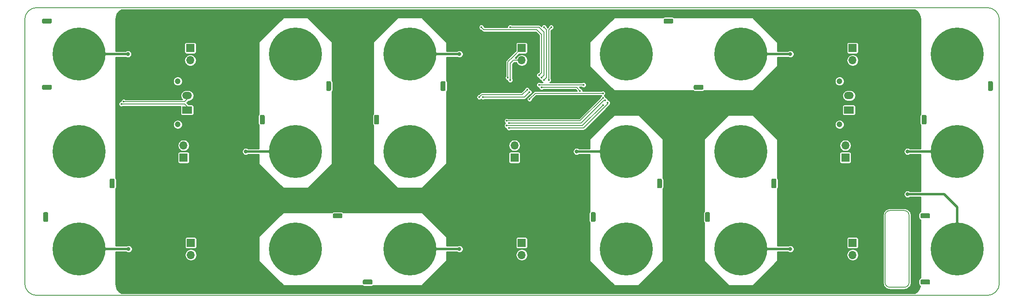
<source format=gbr>
%TF.GenerationSoftware,KiCad,Pcbnew,(5.0.0-rc2-dev-632-g76d3b6f04)*%
%TF.CreationDate,2018-06-22T20:22:36+02:00*%
%TF.ProjectId,CellsBoard,43656C6C73426F6172642E6B69636164,rev?*%
%TF.SameCoordinates,Original*%
%TF.FileFunction,Copper,L2,Bot,Signal*%
%TF.FilePolarity,Positive*%
%FSLAX46Y46*%
G04 Gerber Fmt 4.6, Leading zero omitted, Abs format (unit mm)*
G04 Created by KiCad (PCBNEW (5.0.0-rc2-dev-632-g76d3b6f04)) date 06/22/18 20:22:36*
%MOMM*%
%LPD*%
G01*
G04 APERTURE LIST*
%ADD10C,0.150000*%
%ADD11C,11.000000*%
%ADD12C,0.900000*%
%ADD13C,1.000000*%
%ADD14O,2.000000X1.500000*%
%ADD15R,2.000000X1.500000*%
%ADD16C,1.200000*%
%ADD17O,1.700000X1.700000*%
%ADD18R,1.700000X1.700000*%
%ADD19C,0.800000*%
%ADD20C,0.400000*%
%ADD21C,0.500000*%
%ADD22C,0.200000*%
%ADD23C,0.250000*%
G04 APERTURE END LIST*
D10*
X229750000Y-132300000D02*
X232750000Y-132300000D01*
X228750000Y-147300000D02*
X228750000Y-133300000D01*
X232750000Y-148300000D02*
X229750000Y-148300000D01*
X233750000Y-133300000D02*
X233750000Y-147300000D01*
X229750000Y-148300000D02*
G75*
G02X228750000Y-147300000I0J1000000D01*
G01*
X228750000Y-133300000D02*
G75*
G02X229750000Y-132300000I1000000J0D01*
G01*
X232750000Y-132300000D02*
G75*
G02X233750000Y-133300000I0J-1000000D01*
G01*
X233750000Y-147300000D02*
G75*
G02X232750000Y-148300000I-1000000J0D01*
G01*
X250000000Y-90000000D02*
X52500000Y-90000000D01*
X250000000Y-90000000D02*
G75*
G02X252500000Y-92500000I0J-2500000D01*
G01*
X252500000Y-147500000D02*
X252500000Y-92500000D01*
X252500000Y-147500000D02*
G75*
G02X250000000Y-150000000I-2500000J0D01*
G01*
X52500000Y-150000000D02*
X250000000Y-150000000D01*
X52500000Y-150000000D02*
G75*
G02X50000000Y-147500000I0J2500000D01*
G01*
X50000000Y-92500000D02*
X50000000Y-147500000D01*
X50000000Y-92500000D02*
G75*
G02X52500000Y-90000000I2500000J0D01*
G01*
D11*
X106250000Y-140300000D03*
D12*
X110375000Y-140300000D03*
X109176815Y-143226815D03*
X106250000Y-144425000D03*
X103323185Y-143226815D03*
X102125000Y-140300000D03*
X103323185Y-137373185D03*
X106250000Y-136175000D03*
X109176815Y-137373185D03*
X134125000Y-140300000D03*
X125875000Y-140300000D03*
X130000000Y-144425000D03*
X127073185Y-137373185D03*
X132926815Y-137373185D03*
X132926815Y-143226815D03*
X130000000Y-136175000D03*
X127073185Y-143226815D03*
D11*
X130000000Y-140300000D03*
D10*
G36*
X115774504Y-132901204D02*
X115798773Y-132904804D01*
X115822571Y-132910765D01*
X115845671Y-132919030D01*
X115867849Y-132929520D01*
X115888893Y-132942133D01*
X115908598Y-132956747D01*
X115926777Y-132973223D01*
X115943253Y-132991402D01*
X115957867Y-133011107D01*
X115970480Y-133032151D01*
X115980970Y-133054329D01*
X115989235Y-133077429D01*
X115995196Y-133101227D01*
X115998796Y-133125496D01*
X116000000Y-133150000D01*
X116000000Y-133650000D01*
X115998796Y-133674504D01*
X115995196Y-133698773D01*
X115989235Y-133722571D01*
X115980970Y-133745671D01*
X115970480Y-133767849D01*
X115957867Y-133788893D01*
X115943253Y-133808598D01*
X115926777Y-133826777D01*
X115908598Y-133843253D01*
X115888893Y-133857867D01*
X115867849Y-133870480D01*
X115845671Y-133880970D01*
X115822571Y-133889235D01*
X115798773Y-133895196D01*
X115774504Y-133898796D01*
X115750000Y-133900000D01*
X114250000Y-133900000D01*
X114225496Y-133898796D01*
X114201227Y-133895196D01*
X114177429Y-133889235D01*
X114154329Y-133880970D01*
X114132151Y-133870480D01*
X114111107Y-133857867D01*
X114091402Y-133843253D01*
X114073223Y-133826777D01*
X114056747Y-133808598D01*
X114042133Y-133788893D01*
X114029520Y-133767849D01*
X114019030Y-133745671D01*
X114010765Y-133722571D01*
X114004804Y-133698773D01*
X114001204Y-133674504D01*
X114000000Y-133650000D01*
X114000000Y-133150000D01*
X114001204Y-133125496D01*
X114004804Y-133101227D01*
X114010765Y-133077429D01*
X114019030Y-133054329D01*
X114029520Y-133032151D01*
X114042133Y-133011107D01*
X114056747Y-132991402D01*
X114073223Y-132973223D01*
X114091402Y-132956747D01*
X114111107Y-132942133D01*
X114132151Y-132929520D01*
X114154329Y-132919030D01*
X114177429Y-132910765D01*
X114201227Y-132904804D01*
X114225496Y-132901204D01*
X114250000Y-132900000D01*
X115750000Y-132900000D01*
X115774504Y-132901204D01*
X115774504Y-132901204D01*
G37*
D13*
X115000000Y-133400000D03*
D10*
G36*
X122024504Y-146701204D02*
X122048773Y-146704804D01*
X122072571Y-146710765D01*
X122095671Y-146719030D01*
X122117849Y-146729520D01*
X122138893Y-146742133D01*
X122158598Y-146756747D01*
X122176777Y-146773223D01*
X122193253Y-146791402D01*
X122207867Y-146811107D01*
X122220480Y-146832151D01*
X122230970Y-146854329D01*
X122239235Y-146877429D01*
X122245196Y-146901227D01*
X122248796Y-146925496D01*
X122250000Y-146950000D01*
X122250000Y-147450000D01*
X122248796Y-147474504D01*
X122245196Y-147498773D01*
X122239235Y-147522571D01*
X122230970Y-147545671D01*
X122220480Y-147567849D01*
X122207867Y-147588893D01*
X122193253Y-147608598D01*
X122176777Y-147626777D01*
X122158598Y-147643253D01*
X122138893Y-147657867D01*
X122117849Y-147670480D01*
X122095671Y-147680970D01*
X122072571Y-147689235D01*
X122048773Y-147695196D01*
X122024504Y-147698796D01*
X122000000Y-147700000D01*
X120500000Y-147700000D01*
X120475496Y-147698796D01*
X120451227Y-147695196D01*
X120427429Y-147689235D01*
X120404329Y-147680970D01*
X120382151Y-147670480D01*
X120361107Y-147657867D01*
X120341402Y-147643253D01*
X120323223Y-147626777D01*
X120306747Y-147608598D01*
X120292133Y-147588893D01*
X120279520Y-147567849D01*
X120269030Y-147545671D01*
X120260765Y-147522571D01*
X120254804Y-147498773D01*
X120251204Y-147474504D01*
X120250000Y-147450000D01*
X120250000Y-146950000D01*
X120251204Y-146925496D01*
X120254804Y-146901227D01*
X120260765Y-146877429D01*
X120269030Y-146854329D01*
X120279520Y-146832151D01*
X120292133Y-146811107D01*
X120306747Y-146791402D01*
X120323223Y-146773223D01*
X120341402Y-146756747D01*
X120361107Y-146742133D01*
X120382151Y-146729520D01*
X120404329Y-146719030D01*
X120427429Y-146710765D01*
X120451227Y-146704804D01*
X120475496Y-146701204D01*
X120500000Y-146700000D01*
X122000000Y-146700000D01*
X122024504Y-146701204D01*
X122024504Y-146701204D01*
G37*
D13*
X121250000Y-147200000D03*
D11*
X175000000Y-99700000D03*
D12*
X179125000Y-99700000D03*
X177926815Y-102626815D03*
X175000000Y-103825000D03*
X172073185Y-102626815D03*
X170875000Y-99700000D03*
X172073185Y-96773185D03*
X175000000Y-95575000D03*
X177926815Y-96773185D03*
X202875000Y-99700000D03*
X194625000Y-99700000D03*
X198750000Y-103825000D03*
X195823185Y-96773185D03*
X201676815Y-96773185D03*
X201676815Y-102626815D03*
X198750000Y-95575000D03*
X195823185Y-102626815D03*
D11*
X198750000Y-99700000D03*
D10*
G36*
X184524504Y-92301204D02*
X184548773Y-92304804D01*
X184572571Y-92310765D01*
X184595671Y-92319030D01*
X184617849Y-92329520D01*
X184638893Y-92342133D01*
X184658598Y-92356747D01*
X184676777Y-92373223D01*
X184693253Y-92391402D01*
X184707867Y-92411107D01*
X184720480Y-92432151D01*
X184730970Y-92454329D01*
X184739235Y-92477429D01*
X184745196Y-92501227D01*
X184748796Y-92525496D01*
X184750000Y-92550000D01*
X184750000Y-93050000D01*
X184748796Y-93074504D01*
X184745196Y-93098773D01*
X184739235Y-93122571D01*
X184730970Y-93145671D01*
X184720480Y-93167849D01*
X184707867Y-93188893D01*
X184693253Y-93208598D01*
X184676777Y-93226777D01*
X184658598Y-93243253D01*
X184638893Y-93257867D01*
X184617849Y-93270480D01*
X184595671Y-93280970D01*
X184572571Y-93289235D01*
X184548773Y-93295196D01*
X184524504Y-93298796D01*
X184500000Y-93300000D01*
X183000000Y-93300000D01*
X182975496Y-93298796D01*
X182951227Y-93295196D01*
X182927429Y-93289235D01*
X182904329Y-93280970D01*
X182882151Y-93270480D01*
X182861107Y-93257867D01*
X182841402Y-93243253D01*
X182823223Y-93226777D01*
X182806747Y-93208598D01*
X182792133Y-93188893D01*
X182779520Y-93167849D01*
X182769030Y-93145671D01*
X182760765Y-93122571D01*
X182754804Y-93098773D01*
X182751204Y-93074504D01*
X182750000Y-93050000D01*
X182750000Y-92550000D01*
X182751204Y-92525496D01*
X182754804Y-92501227D01*
X182760765Y-92477429D01*
X182769030Y-92454329D01*
X182779520Y-92432151D01*
X182792133Y-92411107D01*
X182806747Y-92391402D01*
X182823223Y-92373223D01*
X182841402Y-92356747D01*
X182861107Y-92342133D01*
X182882151Y-92329520D01*
X182904329Y-92319030D01*
X182927429Y-92310765D01*
X182951227Y-92304804D01*
X182975496Y-92301204D01*
X183000000Y-92300000D01*
X184500000Y-92300000D01*
X184524504Y-92301204D01*
X184524504Y-92301204D01*
G37*
D13*
X183750000Y-92800000D03*
D10*
G36*
X190774504Y-106101204D02*
X190798773Y-106104804D01*
X190822571Y-106110765D01*
X190845671Y-106119030D01*
X190867849Y-106129520D01*
X190888893Y-106142133D01*
X190908598Y-106156747D01*
X190926777Y-106173223D01*
X190943253Y-106191402D01*
X190957867Y-106211107D01*
X190970480Y-106232151D01*
X190980970Y-106254329D01*
X190989235Y-106277429D01*
X190995196Y-106301227D01*
X190998796Y-106325496D01*
X191000000Y-106350000D01*
X191000000Y-106850000D01*
X190998796Y-106874504D01*
X190995196Y-106898773D01*
X190989235Y-106922571D01*
X190980970Y-106945671D01*
X190970480Y-106967849D01*
X190957867Y-106988893D01*
X190943253Y-107008598D01*
X190926777Y-107026777D01*
X190908598Y-107043253D01*
X190888893Y-107057867D01*
X190867849Y-107070480D01*
X190845671Y-107080970D01*
X190822571Y-107089235D01*
X190798773Y-107095196D01*
X190774504Y-107098796D01*
X190750000Y-107100000D01*
X189250000Y-107100000D01*
X189225496Y-107098796D01*
X189201227Y-107095196D01*
X189177429Y-107089235D01*
X189154329Y-107080970D01*
X189132151Y-107070480D01*
X189111107Y-107057867D01*
X189091402Y-107043253D01*
X189073223Y-107026777D01*
X189056747Y-107008598D01*
X189042133Y-106988893D01*
X189029520Y-106967849D01*
X189019030Y-106945671D01*
X189010765Y-106922571D01*
X189004804Y-106898773D01*
X189001204Y-106874504D01*
X189000000Y-106850000D01*
X189000000Y-106350000D01*
X189001204Y-106325496D01*
X189004804Y-106301227D01*
X189010765Y-106277429D01*
X189019030Y-106254329D01*
X189029520Y-106232151D01*
X189042133Y-106211107D01*
X189056747Y-106191402D01*
X189073223Y-106173223D01*
X189091402Y-106156747D01*
X189111107Y-106142133D01*
X189132151Y-106129520D01*
X189154329Y-106119030D01*
X189177429Y-106110765D01*
X189201227Y-106104804D01*
X189225496Y-106101204D01*
X189250000Y-106100000D01*
X190750000Y-106100000D01*
X190774504Y-106101204D01*
X190774504Y-106101204D01*
G37*
D13*
X190000000Y-106600000D03*
D11*
X106250000Y-120000000D03*
D12*
X106250000Y-115875000D03*
X109176815Y-117073185D03*
X110375000Y-120000000D03*
X109176815Y-122926815D03*
X106250000Y-124125000D03*
X103323185Y-122926815D03*
X102125000Y-120000000D03*
X103323185Y-117073185D03*
X106250000Y-95575000D03*
X106250000Y-103825000D03*
X110375000Y-99700000D03*
X103323185Y-102626815D03*
X103323185Y-96773185D03*
X109176815Y-96773185D03*
X102125000Y-99700000D03*
X109176815Y-102626815D03*
D11*
X106250000Y-99700000D03*
D10*
G36*
X99624504Y-112351204D02*
X99648773Y-112354804D01*
X99672571Y-112360765D01*
X99695671Y-112369030D01*
X99717849Y-112379520D01*
X99738893Y-112392133D01*
X99758598Y-112406747D01*
X99776777Y-112423223D01*
X99793253Y-112441402D01*
X99807867Y-112461107D01*
X99820480Y-112482151D01*
X99830970Y-112504329D01*
X99839235Y-112527429D01*
X99845196Y-112551227D01*
X99848796Y-112575496D01*
X99850000Y-112600000D01*
X99850000Y-114100000D01*
X99848796Y-114124504D01*
X99845196Y-114148773D01*
X99839235Y-114172571D01*
X99830970Y-114195671D01*
X99820480Y-114217849D01*
X99807867Y-114238893D01*
X99793253Y-114258598D01*
X99776777Y-114276777D01*
X99758598Y-114293253D01*
X99738893Y-114307867D01*
X99717849Y-114320480D01*
X99695671Y-114330970D01*
X99672571Y-114339235D01*
X99648773Y-114345196D01*
X99624504Y-114348796D01*
X99600000Y-114350000D01*
X99100000Y-114350000D01*
X99075496Y-114348796D01*
X99051227Y-114345196D01*
X99027429Y-114339235D01*
X99004329Y-114330970D01*
X98982151Y-114320480D01*
X98961107Y-114307867D01*
X98941402Y-114293253D01*
X98923223Y-114276777D01*
X98906747Y-114258598D01*
X98892133Y-114238893D01*
X98879520Y-114217849D01*
X98869030Y-114195671D01*
X98860765Y-114172571D01*
X98854804Y-114148773D01*
X98851204Y-114124504D01*
X98850000Y-114100000D01*
X98850000Y-112600000D01*
X98851204Y-112575496D01*
X98854804Y-112551227D01*
X98860765Y-112527429D01*
X98869030Y-112504329D01*
X98879520Y-112482151D01*
X98892133Y-112461107D01*
X98906747Y-112441402D01*
X98923223Y-112423223D01*
X98941402Y-112406747D01*
X98961107Y-112392133D01*
X98982151Y-112379520D01*
X99004329Y-112369030D01*
X99027429Y-112360765D01*
X99051227Y-112354804D01*
X99075496Y-112351204D01*
X99100000Y-112350000D01*
X99600000Y-112350000D01*
X99624504Y-112351204D01*
X99624504Y-112351204D01*
G37*
D13*
X99350000Y-113350000D03*
D10*
G36*
X113424504Y-105351204D02*
X113448773Y-105354804D01*
X113472571Y-105360765D01*
X113495671Y-105369030D01*
X113517849Y-105379520D01*
X113538893Y-105392133D01*
X113558598Y-105406747D01*
X113576777Y-105423223D01*
X113593253Y-105441402D01*
X113607867Y-105461107D01*
X113620480Y-105482151D01*
X113630970Y-105504329D01*
X113639235Y-105527429D01*
X113645196Y-105551227D01*
X113648796Y-105575496D01*
X113650000Y-105600000D01*
X113650000Y-107100000D01*
X113648796Y-107124504D01*
X113645196Y-107148773D01*
X113639235Y-107172571D01*
X113630970Y-107195671D01*
X113620480Y-107217849D01*
X113607867Y-107238893D01*
X113593253Y-107258598D01*
X113576777Y-107276777D01*
X113558598Y-107293253D01*
X113538893Y-107307867D01*
X113517849Y-107320480D01*
X113495671Y-107330970D01*
X113472571Y-107339235D01*
X113448773Y-107345196D01*
X113424504Y-107348796D01*
X113400000Y-107350000D01*
X112900000Y-107350000D01*
X112875496Y-107348796D01*
X112851227Y-107345196D01*
X112827429Y-107339235D01*
X112804329Y-107330970D01*
X112782151Y-107320480D01*
X112761107Y-107307867D01*
X112741402Y-107293253D01*
X112723223Y-107276777D01*
X112706747Y-107258598D01*
X112692133Y-107238893D01*
X112679520Y-107217849D01*
X112669030Y-107195671D01*
X112660765Y-107172571D01*
X112654804Y-107148773D01*
X112651204Y-107124504D01*
X112650000Y-107100000D01*
X112650000Y-105600000D01*
X112651204Y-105575496D01*
X112654804Y-105551227D01*
X112660765Y-105527429D01*
X112669030Y-105504329D01*
X112679520Y-105482151D01*
X112692133Y-105461107D01*
X112706747Y-105441402D01*
X112723223Y-105423223D01*
X112741402Y-105406747D01*
X112761107Y-105392133D01*
X112782151Y-105379520D01*
X112804329Y-105369030D01*
X112827429Y-105360765D01*
X112851227Y-105354804D01*
X112875496Y-105351204D01*
X112900000Y-105350000D01*
X113400000Y-105350000D01*
X113424504Y-105351204D01*
X113424504Y-105351204D01*
G37*
D13*
X113150000Y-106350000D03*
D11*
X61250000Y-140300000D03*
D12*
X61250000Y-136175000D03*
X64176815Y-137373185D03*
X65375000Y-140300000D03*
X64176815Y-143226815D03*
X61250000Y-144425000D03*
X58323185Y-143226815D03*
X57125000Y-140300000D03*
X58323185Y-137373185D03*
X61250000Y-115875000D03*
X61250000Y-124125000D03*
X65375000Y-120000000D03*
X58323185Y-122926815D03*
X58323185Y-117073185D03*
X64176815Y-117073185D03*
X57125000Y-120000000D03*
X64176815Y-122926815D03*
D11*
X61250000Y-120000000D03*
D10*
G36*
X54624504Y-132651204D02*
X54648773Y-132654804D01*
X54672571Y-132660765D01*
X54695671Y-132669030D01*
X54717849Y-132679520D01*
X54738893Y-132692133D01*
X54758598Y-132706747D01*
X54776777Y-132723223D01*
X54793253Y-132741402D01*
X54807867Y-132761107D01*
X54820480Y-132782151D01*
X54830970Y-132804329D01*
X54839235Y-132827429D01*
X54845196Y-132851227D01*
X54848796Y-132875496D01*
X54850000Y-132900000D01*
X54850000Y-134400000D01*
X54848796Y-134424504D01*
X54845196Y-134448773D01*
X54839235Y-134472571D01*
X54830970Y-134495671D01*
X54820480Y-134517849D01*
X54807867Y-134538893D01*
X54793253Y-134558598D01*
X54776777Y-134576777D01*
X54758598Y-134593253D01*
X54738893Y-134607867D01*
X54717849Y-134620480D01*
X54695671Y-134630970D01*
X54672571Y-134639235D01*
X54648773Y-134645196D01*
X54624504Y-134648796D01*
X54600000Y-134650000D01*
X54100000Y-134650000D01*
X54075496Y-134648796D01*
X54051227Y-134645196D01*
X54027429Y-134639235D01*
X54004329Y-134630970D01*
X53982151Y-134620480D01*
X53961107Y-134607867D01*
X53941402Y-134593253D01*
X53923223Y-134576777D01*
X53906747Y-134558598D01*
X53892133Y-134538893D01*
X53879520Y-134517849D01*
X53869030Y-134495671D01*
X53860765Y-134472571D01*
X53854804Y-134448773D01*
X53851204Y-134424504D01*
X53850000Y-134400000D01*
X53850000Y-132900000D01*
X53851204Y-132875496D01*
X53854804Y-132851227D01*
X53860765Y-132827429D01*
X53869030Y-132804329D01*
X53879520Y-132782151D01*
X53892133Y-132761107D01*
X53906747Y-132741402D01*
X53923223Y-132723223D01*
X53941402Y-132706747D01*
X53961107Y-132692133D01*
X53982151Y-132679520D01*
X54004329Y-132669030D01*
X54027429Y-132660765D01*
X54051227Y-132654804D01*
X54075496Y-132651204D01*
X54100000Y-132650000D01*
X54600000Y-132650000D01*
X54624504Y-132651204D01*
X54624504Y-132651204D01*
G37*
D13*
X54350000Y-133650000D03*
D10*
G36*
X68424504Y-125651204D02*
X68448773Y-125654804D01*
X68472571Y-125660765D01*
X68495671Y-125669030D01*
X68517849Y-125679520D01*
X68538893Y-125692133D01*
X68558598Y-125706747D01*
X68576777Y-125723223D01*
X68593253Y-125741402D01*
X68607867Y-125761107D01*
X68620480Y-125782151D01*
X68630970Y-125804329D01*
X68639235Y-125827429D01*
X68645196Y-125851227D01*
X68648796Y-125875496D01*
X68650000Y-125900000D01*
X68650000Y-127400000D01*
X68648796Y-127424504D01*
X68645196Y-127448773D01*
X68639235Y-127472571D01*
X68630970Y-127495671D01*
X68620480Y-127517849D01*
X68607867Y-127538893D01*
X68593253Y-127558598D01*
X68576777Y-127576777D01*
X68558598Y-127593253D01*
X68538893Y-127607867D01*
X68517849Y-127620480D01*
X68495671Y-127630970D01*
X68472571Y-127639235D01*
X68448773Y-127645196D01*
X68424504Y-127648796D01*
X68400000Y-127650000D01*
X67900000Y-127650000D01*
X67875496Y-127648796D01*
X67851227Y-127645196D01*
X67827429Y-127639235D01*
X67804329Y-127630970D01*
X67782151Y-127620480D01*
X67761107Y-127607867D01*
X67741402Y-127593253D01*
X67723223Y-127576777D01*
X67706747Y-127558598D01*
X67692133Y-127538893D01*
X67679520Y-127517849D01*
X67669030Y-127495671D01*
X67660765Y-127472571D01*
X67654804Y-127448773D01*
X67651204Y-127424504D01*
X67650000Y-127400000D01*
X67650000Y-125900000D01*
X67651204Y-125875496D01*
X67654804Y-125851227D01*
X67660765Y-125827429D01*
X67669030Y-125804329D01*
X67679520Y-125782151D01*
X67692133Y-125761107D01*
X67706747Y-125741402D01*
X67723223Y-125723223D01*
X67741402Y-125706747D01*
X67761107Y-125692133D01*
X67782151Y-125679520D01*
X67804329Y-125669030D01*
X67827429Y-125660765D01*
X67851227Y-125654804D01*
X67875496Y-125651204D01*
X67900000Y-125650000D01*
X68400000Y-125650000D01*
X68424504Y-125651204D01*
X68424504Y-125651204D01*
G37*
D13*
X68150000Y-126650000D03*
D11*
X175000000Y-120000000D03*
D12*
X175000000Y-124125000D03*
X172073185Y-122926815D03*
X170875000Y-120000000D03*
X172073185Y-117073185D03*
X175000000Y-115875000D03*
X177926815Y-117073185D03*
X179125000Y-120000000D03*
X177926815Y-122926815D03*
X175000000Y-144425000D03*
X175000000Y-136175000D03*
X170875000Y-140300000D03*
X177926815Y-137373185D03*
X177926815Y-143226815D03*
X172073185Y-143226815D03*
X179125000Y-140300000D03*
X172073185Y-137373185D03*
D11*
X175000000Y-140300000D03*
D10*
G36*
X182174504Y-125651204D02*
X182198773Y-125654804D01*
X182222571Y-125660765D01*
X182245671Y-125669030D01*
X182267849Y-125679520D01*
X182288893Y-125692133D01*
X182308598Y-125706747D01*
X182326777Y-125723223D01*
X182343253Y-125741402D01*
X182357867Y-125761107D01*
X182370480Y-125782151D01*
X182380970Y-125804329D01*
X182389235Y-125827429D01*
X182395196Y-125851227D01*
X182398796Y-125875496D01*
X182400000Y-125900000D01*
X182400000Y-127400000D01*
X182398796Y-127424504D01*
X182395196Y-127448773D01*
X182389235Y-127472571D01*
X182380970Y-127495671D01*
X182370480Y-127517849D01*
X182357867Y-127538893D01*
X182343253Y-127558598D01*
X182326777Y-127576777D01*
X182308598Y-127593253D01*
X182288893Y-127607867D01*
X182267849Y-127620480D01*
X182245671Y-127630970D01*
X182222571Y-127639235D01*
X182198773Y-127645196D01*
X182174504Y-127648796D01*
X182150000Y-127650000D01*
X181650000Y-127650000D01*
X181625496Y-127648796D01*
X181601227Y-127645196D01*
X181577429Y-127639235D01*
X181554329Y-127630970D01*
X181532151Y-127620480D01*
X181511107Y-127607867D01*
X181491402Y-127593253D01*
X181473223Y-127576777D01*
X181456747Y-127558598D01*
X181442133Y-127538893D01*
X181429520Y-127517849D01*
X181419030Y-127495671D01*
X181410765Y-127472571D01*
X181404804Y-127448773D01*
X181401204Y-127424504D01*
X181400000Y-127400000D01*
X181400000Y-125900000D01*
X181401204Y-125875496D01*
X181404804Y-125851227D01*
X181410765Y-125827429D01*
X181419030Y-125804329D01*
X181429520Y-125782151D01*
X181442133Y-125761107D01*
X181456747Y-125741402D01*
X181473223Y-125723223D01*
X181491402Y-125706747D01*
X181511107Y-125692133D01*
X181532151Y-125679520D01*
X181554329Y-125669030D01*
X181577429Y-125660765D01*
X181601227Y-125654804D01*
X181625496Y-125651204D01*
X181650000Y-125650000D01*
X182150000Y-125650000D01*
X182174504Y-125651204D01*
X182174504Y-125651204D01*
G37*
D13*
X181900000Y-126650000D03*
D10*
G36*
X168374504Y-132651204D02*
X168398773Y-132654804D01*
X168422571Y-132660765D01*
X168445671Y-132669030D01*
X168467849Y-132679520D01*
X168488893Y-132692133D01*
X168508598Y-132706747D01*
X168526777Y-132723223D01*
X168543253Y-132741402D01*
X168557867Y-132761107D01*
X168570480Y-132782151D01*
X168580970Y-132804329D01*
X168589235Y-132827429D01*
X168595196Y-132851227D01*
X168598796Y-132875496D01*
X168600000Y-132900000D01*
X168600000Y-134400000D01*
X168598796Y-134424504D01*
X168595196Y-134448773D01*
X168589235Y-134472571D01*
X168580970Y-134495671D01*
X168570480Y-134517849D01*
X168557867Y-134538893D01*
X168543253Y-134558598D01*
X168526777Y-134576777D01*
X168508598Y-134593253D01*
X168488893Y-134607867D01*
X168467849Y-134620480D01*
X168445671Y-134630970D01*
X168422571Y-134639235D01*
X168398773Y-134645196D01*
X168374504Y-134648796D01*
X168350000Y-134650000D01*
X167850000Y-134650000D01*
X167825496Y-134648796D01*
X167801227Y-134645196D01*
X167777429Y-134639235D01*
X167754329Y-134630970D01*
X167732151Y-134620480D01*
X167711107Y-134607867D01*
X167691402Y-134593253D01*
X167673223Y-134576777D01*
X167656747Y-134558598D01*
X167642133Y-134538893D01*
X167629520Y-134517849D01*
X167619030Y-134495671D01*
X167610765Y-134472571D01*
X167604804Y-134448773D01*
X167601204Y-134424504D01*
X167600000Y-134400000D01*
X167600000Y-132900000D01*
X167601204Y-132875496D01*
X167604804Y-132851227D01*
X167610765Y-132827429D01*
X167619030Y-132804329D01*
X167629520Y-132782151D01*
X167642133Y-132761107D01*
X167656747Y-132741402D01*
X167673223Y-132723223D01*
X167691402Y-132706747D01*
X167711107Y-132692133D01*
X167732151Y-132679520D01*
X167754329Y-132669030D01*
X167777429Y-132660765D01*
X167801227Y-132654804D01*
X167825496Y-132651204D01*
X167850000Y-132650000D01*
X168350000Y-132650000D01*
X168374504Y-132651204D01*
X168374504Y-132651204D01*
G37*
D13*
X168100000Y-133650000D03*
D11*
X130000000Y-99700000D03*
D12*
X130000000Y-103825000D03*
X127073185Y-102626815D03*
X125875000Y-99700000D03*
X127073185Y-96773185D03*
X130000000Y-95575000D03*
X132926815Y-96773185D03*
X134125000Y-99700000D03*
X132926815Y-102626815D03*
X130000000Y-124125000D03*
X130000000Y-115875000D03*
X125875000Y-120000000D03*
X132926815Y-117073185D03*
X132926815Y-122926815D03*
X127073185Y-122926815D03*
X134125000Y-120000000D03*
X127073185Y-117073185D03*
D11*
X130000000Y-120000000D03*
D10*
G36*
X137174504Y-105351204D02*
X137198773Y-105354804D01*
X137222571Y-105360765D01*
X137245671Y-105369030D01*
X137267849Y-105379520D01*
X137288893Y-105392133D01*
X137308598Y-105406747D01*
X137326777Y-105423223D01*
X137343253Y-105441402D01*
X137357867Y-105461107D01*
X137370480Y-105482151D01*
X137380970Y-105504329D01*
X137389235Y-105527429D01*
X137395196Y-105551227D01*
X137398796Y-105575496D01*
X137400000Y-105600000D01*
X137400000Y-107100000D01*
X137398796Y-107124504D01*
X137395196Y-107148773D01*
X137389235Y-107172571D01*
X137380970Y-107195671D01*
X137370480Y-107217849D01*
X137357867Y-107238893D01*
X137343253Y-107258598D01*
X137326777Y-107276777D01*
X137308598Y-107293253D01*
X137288893Y-107307867D01*
X137267849Y-107320480D01*
X137245671Y-107330970D01*
X137222571Y-107339235D01*
X137198773Y-107345196D01*
X137174504Y-107348796D01*
X137150000Y-107350000D01*
X136650000Y-107350000D01*
X136625496Y-107348796D01*
X136601227Y-107345196D01*
X136577429Y-107339235D01*
X136554329Y-107330970D01*
X136532151Y-107320480D01*
X136511107Y-107307867D01*
X136491402Y-107293253D01*
X136473223Y-107276777D01*
X136456747Y-107258598D01*
X136442133Y-107238893D01*
X136429520Y-107217849D01*
X136419030Y-107195671D01*
X136410765Y-107172571D01*
X136404804Y-107148773D01*
X136401204Y-107124504D01*
X136400000Y-107100000D01*
X136400000Y-105600000D01*
X136401204Y-105575496D01*
X136404804Y-105551227D01*
X136410765Y-105527429D01*
X136419030Y-105504329D01*
X136429520Y-105482151D01*
X136442133Y-105461107D01*
X136456747Y-105441402D01*
X136473223Y-105423223D01*
X136491402Y-105406747D01*
X136511107Y-105392133D01*
X136532151Y-105379520D01*
X136554329Y-105369030D01*
X136577429Y-105360765D01*
X136601227Y-105354804D01*
X136625496Y-105351204D01*
X136650000Y-105350000D01*
X137150000Y-105350000D01*
X137174504Y-105351204D01*
X137174504Y-105351204D01*
G37*
D13*
X136900000Y-106350000D03*
D10*
G36*
X123374504Y-112351204D02*
X123398773Y-112354804D01*
X123422571Y-112360765D01*
X123445671Y-112369030D01*
X123467849Y-112379520D01*
X123488893Y-112392133D01*
X123508598Y-112406747D01*
X123526777Y-112423223D01*
X123543253Y-112441402D01*
X123557867Y-112461107D01*
X123570480Y-112482151D01*
X123580970Y-112504329D01*
X123589235Y-112527429D01*
X123595196Y-112551227D01*
X123598796Y-112575496D01*
X123600000Y-112600000D01*
X123600000Y-114100000D01*
X123598796Y-114124504D01*
X123595196Y-114148773D01*
X123589235Y-114172571D01*
X123580970Y-114195671D01*
X123570480Y-114217849D01*
X123557867Y-114238893D01*
X123543253Y-114258598D01*
X123526777Y-114276777D01*
X123508598Y-114293253D01*
X123488893Y-114307867D01*
X123467849Y-114320480D01*
X123445671Y-114330970D01*
X123422571Y-114339235D01*
X123398773Y-114345196D01*
X123374504Y-114348796D01*
X123350000Y-114350000D01*
X122850000Y-114350000D01*
X122825496Y-114348796D01*
X122801227Y-114345196D01*
X122777429Y-114339235D01*
X122754329Y-114330970D01*
X122732151Y-114320480D01*
X122711107Y-114307867D01*
X122691402Y-114293253D01*
X122673223Y-114276777D01*
X122656747Y-114258598D01*
X122642133Y-114238893D01*
X122629520Y-114217849D01*
X122619030Y-114195671D01*
X122610765Y-114172571D01*
X122604804Y-114148773D01*
X122601204Y-114124504D01*
X122600000Y-114100000D01*
X122600000Y-112600000D01*
X122601204Y-112575496D01*
X122604804Y-112551227D01*
X122610765Y-112527429D01*
X122619030Y-112504329D01*
X122629520Y-112482151D01*
X122642133Y-112461107D01*
X122656747Y-112441402D01*
X122673223Y-112423223D01*
X122691402Y-112406747D01*
X122711107Y-112392133D01*
X122732151Y-112379520D01*
X122754329Y-112369030D01*
X122777429Y-112360765D01*
X122801227Y-112354804D01*
X122825496Y-112351204D01*
X122850000Y-112350000D01*
X123350000Y-112350000D01*
X123374504Y-112351204D01*
X123374504Y-112351204D01*
G37*
D13*
X123100000Y-113350000D03*
D11*
X243750000Y-120000000D03*
D12*
X243750000Y-115875000D03*
X246676815Y-117073185D03*
X247875000Y-120000000D03*
X246676815Y-122926815D03*
X243750000Y-124125000D03*
X240823185Y-122926815D03*
X239625000Y-120000000D03*
X240823185Y-117073185D03*
X243750000Y-95575000D03*
X243750000Y-103825000D03*
X247875000Y-99700000D03*
X240823185Y-102626815D03*
X240823185Y-96773185D03*
X246676815Y-96773185D03*
X239625000Y-99700000D03*
X246676815Y-102626815D03*
D11*
X243750000Y-99700000D03*
D10*
G36*
X237124504Y-112351204D02*
X237148773Y-112354804D01*
X237172571Y-112360765D01*
X237195671Y-112369030D01*
X237217849Y-112379520D01*
X237238893Y-112392133D01*
X237258598Y-112406747D01*
X237276777Y-112423223D01*
X237293253Y-112441402D01*
X237307867Y-112461107D01*
X237320480Y-112482151D01*
X237330970Y-112504329D01*
X237339235Y-112527429D01*
X237345196Y-112551227D01*
X237348796Y-112575496D01*
X237350000Y-112600000D01*
X237350000Y-114100000D01*
X237348796Y-114124504D01*
X237345196Y-114148773D01*
X237339235Y-114172571D01*
X237330970Y-114195671D01*
X237320480Y-114217849D01*
X237307867Y-114238893D01*
X237293253Y-114258598D01*
X237276777Y-114276777D01*
X237258598Y-114293253D01*
X237238893Y-114307867D01*
X237217849Y-114320480D01*
X237195671Y-114330970D01*
X237172571Y-114339235D01*
X237148773Y-114345196D01*
X237124504Y-114348796D01*
X237100000Y-114350000D01*
X236600000Y-114350000D01*
X236575496Y-114348796D01*
X236551227Y-114345196D01*
X236527429Y-114339235D01*
X236504329Y-114330970D01*
X236482151Y-114320480D01*
X236461107Y-114307867D01*
X236441402Y-114293253D01*
X236423223Y-114276777D01*
X236406747Y-114258598D01*
X236392133Y-114238893D01*
X236379520Y-114217849D01*
X236369030Y-114195671D01*
X236360765Y-114172571D01*
X236354804Y-114148773D01*
X236351204Y-114124504D01*
X236350000Y-114100000D01*
X236350000Y-112600000D01*
X236351204Y-112575496D01*
X236354804Y-112551227D01*
X236360765Y-112527429D01*
X236369030Y-112504329D01*
X236379520Y-112482151D01*
X236392133Y-112461107D01*
X236406747Y-112441402D01*
X236423223Y-112423223D01*
X236441402Y-112406747D01*
X236461107Y-112392133D01*
X236482151Y-112379520D01*
X236504329Y-112369030D01*
X236527429Y-112360765D01*
X236551227Y-112354804D01*
X236575496Y-112351204D01*
X236600000Y-112350000D01*
X237100000Y-112350000D01*
X237124504Y-112351204D01*
X237124504Y-112351204D01*
G37*
D13*
X236850000Y-113350000D03*
D10*
G36*
X250924504Y-105351204D02*
X250948773Y-105354804D01*
X250972571Y-105360765D01*
X250995671Y-105369030D01*
X251017849Y-105379520D01*
X251038893Y-105392133D01*
X251058598Y-105406747D01*
X251076777Y-105423223D01*
X251093253Y-105441402D01*
X251107867Y-105461107D01*
X251120480Y-105482151D01*
X251130970Y-105504329D01*
X251139235Y-105527429D01*
X251145196Y-105551227D01*
X251148796Y-105575496D01*
X251150000Y-105600000D01*
X251150000Y-107100000D01*
X251148796Y-107124504D01*
X251145196Y-107148773D01*
X251139235Y-107172571D01*
X251130970Y-107195671D01*
X251120480Y-107217849D01*
X251107867Y-107238893D01*
X251093253Y-107258598D01*
X251076777Y-107276777D01*
X251058598Y-107293253D01*
X251038893Y-107307867D01*
X251017849Y-107320480D01*
X250995671Y-107330970D01*
X250972571Y-107339235D01*
X250948773Y-107345196D01*
X250924504Y-107348796D01*
X250900000Y-107350000D01*
X250400000Y-107350000D01*
X250375496Y-107348796D01*
X250351227Y-107345196D01*
X250327429Y-107339235D01*
X250304329Y-107330970D01*
X250282151Y-107320480D01*
X250261107Y-107307867D01*
X250241402Y-107293253D01*
X250223223Y-107276777D01*
X250206747Y-107258598D01*
X250192133Y-107238893D01*
X250179520Y-107217849D01*
X250169030Y-107195671D01*
X250160765Y-107172571D01*
X250154804Y-107148773D01*
X250151204Y-107124504D01*
X250150000Y-107100000D01*
X250150000Y-105600000D01*
X250151204Y-105575496D01*
X250154804Y-105551227D01*
X250160765Y-105527429D01*
X250169030Y-105504329D01*
X250179520Y-105482151D01*
X250192133Y-105461107D01*
X250206747Y-105441402D01*
X250223223Y-105423223D01*
X250241402Y-105406747D01*
X250261107Y-105392133D01*
X250282151Y-105379520D01*
X250304329Y-105369030D01*
X250327429Y-105360765D01*
X250351227Y-105354804D01*
X250375496Y-105351204D01*
X250400000Y-105350000D01*
X250900000Y-105350000D01*
X250924504Y-105351204D01*
X250924504Y-105351204D01*
G37*
D13*
X250650000Y-106350000D03*
D11*
X198750000Y-140300000D03*
D12*
X198750000Y-136175000D03*
X201676815Y-137373185D03*
X202875000Y-140300000D03*
X201676815Y-143226815D03*
X198750000Y-144425000D03*
X195823185Y-143226815D03*
X194625000Y-140300000D03*
X195823185Y-137373185D03*
X198750000Y-115875000D03*
X198750000Y-124125000D03*
X202875000Y-120000000D03*
X195823185Y-122926815D03*
X195823185Y-117073185D03*
X201676815Y-117073185D03*
X194625000Y-120000000D03*
X201676815Y-122926815D03*
D11*
X198750000Y-120000000D03*
D10*
G36*
X192124504Y-132651204D02*
X192148773Y-132654804D01*
X192172571Y-132660765D01*
X192195671Y-132669030D01*
X192217849Y-132679520D01*
X192238893Y-132692133D01*
X192258598Y-132706747D01*
X192276777Y-132723223D01*
X192293253Y-132741402D01*
X192307867Y-132761107D01*
X192320480Y-132782151D01*
X192330970Y-132804329D01*
X192339235Y-132827429D01*
X192345196Y-132851227D01*
X192348796Y-132875496D01*
X192350000Y-132900000D01*
X192350000Y-134400000D01*
X192348796Y-134424504D01*
X192345196Y-134448773D01*
X192339235Y-134472571D01*
X192330970Y-134495671D01*
X192320480Y-134517849D01*
X192307867Y-134538893D01*
X192293253Y-134558598D01*
X192276777Y-134576777D01*
X192258598Y-134593253D01*
X192238893Y-134607867D01*
X192217849Y-134620480D01*
X192195671Y-134630970D01*
X192172571Y-134639235D01*
X192148773Y-134645196D01*
X192124504Y-134648796D01*
X192100000Y-134650000D01*
X191600000Y-134650000D01*
X191575496Y-134648796D01*
X191551227Y-134645196D01*
X191527429Y-134639235D01*
X191504329Y-134630970D01*
X191482151Y-134620480D01*
X191461107Y-134607867D01*
X191441402Y-134593253D01*
X191423223Y-134576777D01*
X191406747Y-134558598D01*
X191392133Y-134538893D01*
X191379520Y-134517849D01*
X191369030Y-134495671D01*
X191360765Y-134472571D01*
X191354804Y-134448773D01*
X191351204Y-134424504D01*
X191350000Y-134400000D01*
X191350000Y-132900000D01*
X191351204Y-132875496D01*
X191354804Y-132851227D01*
X191360765Y-132827429D01*
X191369030Y-132804329D01*
X191379520Y-132782151D01*
X191392133Y-132761107D01*
X191406747Y-132741402D01*
X191423223Y-132723223D01*
X191441402Y-132706747D01*
X191461107Y-132692133D01*
X191482151Y-132679520D01*
X191504329Y-132669030D01*
X191527429Y-132660765D01*
X191551227Y-132654804D01*
X191575496Y-132651204D01*
X191600000Y-132650000D01*
X192100000Y-132650000D01*
X192124504Y-132651204D01*
X192124504Y-132651204D01*
G37*
D13*
X191850000Y-133650000D03*
D10*
G36*
X205924504Y-125651204D02*
X205948773Y-125654804D01*
X205972571Y-125660765D01*
X205995671Y-125669030D01*
X206017849Y-125679520D01*
X206038893Y-125692133D01*
X206058598Y-125706747D01*
X206076777Y-125723223D01*
X206093253Y-125741402D01*
X206107867Y-125761107D01*
X206120480Y-125782151D01*
X206130970Y-125804329D01*
X206139235Y-125827429D01*
X206145196Y-125851227D01*
X206148796Y-125875496D01*
X206150000Y-125900000D01*
X206150000Y-127400000D01*
X206148796Y-127424504D01*
X206145196Y-127448773D01*
X206139235Y-127472571D01*
X206130970Y-127495671D01*
X206120480Y-127517849D01*
X206107867Y-127538893D01*
X206093253Y-127558598D01*
X206076777Y-127576777D01*
X206058598Y-127593253D01*
X206038893Y-127607867D01*
X206017849Y-127620480D01*
X205995671Y-127630970D01*
X205972571Y-127639235D01*
X205948773Y-127645196D01*
X205924504Y-127648796D01*
X205900000Y-127650000D01*
X205400000Y-127650000D01*
X205375496Y-127648796D01*
X205351227Y-127645196D01*
X205327429Y-127639235D01*
X205304329Y-127630970D01*
X205282151Y-127620480D01*
X205261107Y-127607867D01*
X205241402Y-127593253D01*
X205223223Y-127576777D01*
X205206747Y-127558598D01*
X205192133Y-127538893D01*
X205179520Y-127517849D01*
X205169030Y-127495671D01*
X205160765Y-127472571D01*
X205154804Y-127448773D01*
X205151204Y-127424504D01*
X205150000Y-127400000D01*
X205150000Y-125900000D01*
X205151204Y-125875496D01*
X205154804Y-125851227D01*
X205160765Y-125827429D01*
X205169030Y-125804329D01*
X205179520Y-125782151D01*
X205192133Y-125761107D01*
X205206747Y-125741402D01*
X205223223Y-125723223D01*
X205241402Y-125706747D01*
X205261107Y-125692133D01*
X205282151Y-125679520D01*
X205304329Y-125669030D01*
X205327429Y-125660765D01*
X205351227Y-125654804D01*
X205375496Y-125651204D01*
X205400000Y-125650000D01*
X205900000Y-125650000D01*
X205924504Y-125651204D01*
X205924504Y-125651204D01*
G37*
D13*
X205650000Y-126650000D03*
D10*
G36*
X55374504Y-106101204D02*
X55398773Y-106104804D01*
X55422571Y-106110765D01*
X55445671Y-106119030D01*
X55467849Y-106129520D01*
X55488893Y-106142133D01*
X55508598Y-106156747D01*
X55526777Y-106173223D01*
X55543253Y-106191402D01*
X55557867Y-106211107D01*
X55570480Y-106232151D01*
X55580970Y-106254329D01*
X55589235Y-106277429D01*
X55595196Y-106301227D01*
X55598796Y-106325496D01*
X55600000Y-106350000D01*
X55600000Y-106850000D01*
X55598796Y-106874504D01*
X55595196Y-106898773D01*
X55589235Y-106922571D01*
X55580970Y-106945671D01*
X55570480Y-106967849D01*
X55557867Y-106988893D01*
X55543253Y-107008598D01*
X55526777Y-107026777D01*
X55508598Y-107043253D01*
X55488893Y-107057867D01*
X55467849Y-107070480D01*
X55445671Y-107080970D01*
X55422571Y-107089235D01*
X55398773Y-107095196D01*
X55374504Y-107098796D01*
X55350000Y-107100000D01*
X53850000Y-107100000D01*
X53825496Y-107098796D01*
X53801227Y-107095196D01*
X53777429Y-107089235D01*
X53754329Y-107080970D01*
X53732151Y-107070480D01*
X53711107Y-107057867D01*
X53691402Y-107043253D01*
X53673223Y-107026777D01*
X53656747Y-107008598D01*
X53642133Y-106988893D01*
X53629520Y-106967849D01*
X53619030Y-106945671D01*
X53610765Y-106922571D01*
X53604804Y-106898773D01*
X53601204Y-106874504D01*
X53600000Y-106850000D01*
X53600000Y-106350000D01*
X53601204Y-106325496D01*
X53604804Y-106301227D01*
X53610765Y-106277429D01*
X53619030Y-106254329D01*
X53629520Y-106232151D01*
X53642133Y-106211107D01*
X53656747Y-106191402D01*
X53673223Y-106173223D01*
X53691402Y-106156747D01*
X53711107Y-106142133D01*
X53732151Y-106129520D01*
X53754329Y-106119030D01*
X53777429Y-106110765D01*
X53801227Y-106104804D01*
X53825496Y-106101204D01*
X53850000Y-106100000D01*
X55350000Y-106100000D01*
X55374504Y-106101204D01*
X55374504Y-106101204D01*
G37*
D13*
X54600000Y-106600000D03*
D10*
G36*
X55374504Y-92301204D02*
X55398773Y-92304804D01*
X55422571Y-92310765D01*
X55445671Y-92319030D01*
X55467849Y-92329520D01*
X55488893Y-92342133D01*
X55508598Y-92356747D01*
X55526777Y-92373223D01*
X55543253Y-92391402D01*
X55557867Y-92411107D01*
X55570480Y-92432151D01*
X55580970Y-92454329D01*
X55589235Y-92477429D01*
X55595196Y-92501227D01*
X55598796Y-92525496D01*
X55600000Y-92550000D01*
X55600000Y-93050000D01*
X55598796Y-93074504D01*
X55595196Y-93098773D01*
X55589235Y-93122571D01*
X55580970Y-93145671D01*
X55570480Y-93167849D01*
X55557867Y-93188893D01*
X55543253Y-93208598D01*
X55526777Y-93226777D01*
X55508598Y-93243253D01*
X55488893Y-93257867D01*
X55467849Y-93270480D01*
X55445671Y-93280970D01*
X55422571Y-93289235D01*
X55398773Y-93295196D01*
X55374504Y-93298796D01*
X55350000Y-93300000D01*
X53850000Y-93300000D01*
X53825496Y-93298796D01*
X53801227Y-93295196D01*
X53777429Y-93289235D01*
X53754329Y-93280970D01*
X53732151Y-93270480D01*
X53711107Y-93257867D01*
X53691402Y-93243253D01*
X53673223Y-93226777D01*
X53656747Y-93208598D01*
X53642133Y-93188893D01*
X53629520Y-93167849D01*
X53619030Y-93145671D01*
X53610765Y-93122571D01*
X53604804Y-93098773D01*
X53601204Y-93074504D01*
X53600000Y-93050000D01*
X53600000Y-92550000D01*
X53601204Y-92525496D01*
X53604804Y-92501227D01*
X53610765Y-92477429D01*
X53619030Y-92454329D01*
X53629520Y-92432151D01*
X53642133Y-92411107D01*
X53656747Y-92391402D01*
X53673223Y-92373223D01*
X53691402Y-92356747D01*
X53711107Y-92342133D01*
X53732151Y-92329520D01*
X53754329Y-92319030D01*
X53777429Y-92310765D01*
X53801227Y-92304804D01*
X53825496Y-92301204D01*
X53850000Y-92300000D01*
X55350000Y-92300000D01*
X55374504Y-92301204D01*
X55374504Y-92301204D01*
G37*
D13*
X54600000Y-92800000D03*
D12*
X58323185Y-96773185D03*
X57125000Y-99700000D03*
X58323185Y-102626815D03*
X61250000Y-103825000D03*
X64176815Y-102626815D03*
X65375000Y-99700000D03*
X64176815Y-96773185D03*
X61250000Y-95575000D03*
D11*
X61250000Y-99700000D03*
D14*
X83750000Y-108350000D03*
D15*
X83750000Y-111350000D03*
D16*
X81790000Y-105350000D03*
X81790000Y-114350000D03*
D14*
X221250000Y-108350000D03*
D15*
X221250000Y-111350000D03*
D16*
X219290000Y-105350000D03*
X219290000Y-114350000D03*
D11*
X243750000Y-140300000D03*
D12*
X243750000Y-136175000D03*
X246676815Y-137373185D03*
X247875000Y-140300000D03*
X246676815Y-143226815D03*
X243750000Y-144425000D03*
X240823185Y-143226815D03*
X239625000Y-140300000D03*
X240823185Y-137373185D03*
D10*
G36*
X237874504Y-132901204D02*
X237898773Y-132904804D01*
X237922571Y-132910765D01*
X237945671Y-132919030D01*
X237967849Y-132929520D01*
X237988893Y-132942133D01*
X238008598Y-132956747D01*
X238026777Y-132973223D01*
X238043253Y-132991402D01*
X238057867Y-133011107D01*
X238070480Y-133032151D01*
X238080970Y-133054329D01*
X238089235Y-133077429D01*
X238095196Y-133101227D01*
X238098796Y-133125496D01*
X238100000Y-133150000D01*
X238100000Y-133650000D01*
X238098796Y-133674504D01*
X238095196Y-133698773D01*
X238089235Y-133722571D01*
X238080970Y-133745671D01*
X238070480Y-133767849D01*
X238057867Y-133788893D01*
X238043253Y-133808598D01*
X238026777Y-133826777D01*
X238008598Y-133843253D01*
X237988893Y-133857867D01*
X237967849Y-133870480D01*
X237945671Y-133880970D01*
X237922571Y-133889235D01*
X237898773Y-133895196D01*
X237874504Y-133898796D01*
X237850000Y-133900000D01*
X236350000Y-133900000D01*
X236325496Y-133898796D01*
X236301227Y-133895196D01*
X236277429Y-133889235D01*
X236254329Y-133880970D01*
X236232151Y-133870480D01*
X236211107Y-133857867D01*
X236191402Y-133843253D01*
X236173223Y-133826777D01*
X236156747Y-133808598D01*
X236142133Y-133788893D01*
X236129520Y-133767849D01*
X236119030Y-133745671D01*
X236110765Y-133722571D01*
X236104804Y-133698773D01*
X236101204Y-133674504D01*
X236100000Y-133650000D01*
X236100000Y-133150000D01*
X236101204Y-133125496D01*
X236104804Y-133101227D01*
X236110765Y-133077429D01*
X236119030Y-133054329D01*
X236129520Y-133032151D01*
X236142133Y-133011107D01*
X236156747Y-132991402D01*
X236173223Y-132973223D01*
X236191402Y-132956747D01*
X236211107Y-132942133D01*
X236232151Y-132929520D01*
X236254329Y-132919030D01*
X236277429Y-132910765D01*
X236301227Y-132904804D01*
X236325496Y-132901204D01*
X236350000Y-132900000D01*
X237850000Y-132900000D01*
X237874504Y-132901204D01*
X237874504Y-132901204D01*
G37*
D13*
X237100000Y-133400000D03*
D10*
G36*
X237874504Y-146701204D02*
X237898773Y-146704804D01*
X237922571Y-146710765D01*
X237945671Y-146719030D01*
X237967849Y-146729520D01*
X237988893Y-146742133D01*
X238008598Y-146756747D01*
X238026777Y-146773223D01*
X238043253Y-146791402D01*
X238057867Y-146811107D01*
X238070480Y-146832151D01*
X238080970Y-146854329D01*
X238089235Y-146877429D01*
X238095196Y-146901227D01*
X238098796Y-146925496D01*
X238100000Y-146950000D01*
X238100000Y-147450000D01*
X238098796Y-147474504D01*
X238095196Y-147498773D01*
X238089235Y-147522571D01*
X238080970Y-147545671D01*
X238070480Y-147567849D01*
X238057867Y-147588893D01*
X238043253Y-147608598D01*
X238026777Y-147626777D01*
X238008598Y-147643253D01*
X237988893Y-147657867D01*
X237967849Y-147670480D01*
X237945671Y-147680970D01*
X237922571Y-147689235D01*
X237898773Y-147695196D01*
X237874504Y-147698796D01*
X237850000Y-147700000D01*
X236350000Y-147700000D01*
X236325496Y-147698796D01*
X236301227Y-147695196D01*
X236277429Y-147689235D01*
X236254329Y-147680970D01*
X236232151Y-147670480D01*
X236211107Y-147657867D01*
X236191402Y-147643253D01*
X236173223Y-147626777D01*
X236156747Y-147608598D01*
X236142133Y-147588893D01*
X236129520Y-147567849D01*
X236119030Y-147545671D01*
X236110765Y-147522571D01*
X236104804Y-147498773D01*
X236101204Y-147474504D01*
X236100000Y-147450000D01*
X236100000Y-146950000D01*
X236101204Y-146925496D01*
X236104804Y-146901227D01*
X236110765Y-146877429D01*
X236119030Y-146854329D01*
X236129520Y-146832151D01*
X236142133Y-146811107D01*
X236156747Y-146791402D01*
X236173223Y-146773223D01*
X236191402Y-146756747D01*
X236211107Y-146742133D01*
X236232151Y-146729520D01*
X236254329Y-146719030D01*
X236277429Y-146710765D01*
X236301227Y-146704804D01*
X236325496Y-146701204D01*
X236350000Y-146700000D01*
X237850000Y-146700000D01*
X237874504Y-146701204D01*
X237874504Y-146701204D01*
G37*
D13*
X237100000Y-147200000D03*
D17*
X84400000Y-100970000D03*
D18*
X84400000Y-98430000D03*
X83000000Y-121270000D03*
D17*
X83000000Y-118730000D03*
X84500000Y-141570000D03*
D18*
X84500000Y-139030000D03*
D17*
X153250000Y-141570000D03*
D18*
X153250000Y-139030000D03*
D17*
X151750000Y-118730000D03*
D18*
X151750000Y-121270000D03*
D17*
X153250000Y-100970000D03*
D18*
X153250000Y-98430000D03*
D17*
X222000000Y-100970000D03*
D18*
X222000000Y-98430000D03*
D17*
X220500000Y-118730000D03*
D18*
X220500000Y-121270000D03*
X222000000Y-139030000D03*
D17*
X222000000Y-141570000D03*
D19*
X228155000Y-128880000D03*
D20*
X223585000Y-94620000D03*
X152500000Y-107350000D03*
X152500000Y-112350000D03*
X152500000Y-109850000D03*
X162500000Y-104850000D03*
X165000000Y-104850000D03*
X142000000Y-95150000D03*
X148000000Y-95150000D03*
X154000000Y-95150000D03*
X160000000Y-95150000D03*
D19*
X71465000Y-99700000D03*
X95935000Y-120000000D03*
X71565000Y-140300000D03*
X140315000Y-140300000D03*
X164685000Y-120000000D03*
X140315000Y-99700000D03*
X209065000Y-99700000D03*
X233435000Y-120000000D03*
X209065000Y-140300000D03*
X233435000Y-128880000D03*
D20*
X150875000Y-105100000D03*
X150625000Y-114100000D03*
X170625000Y-109350000D03*
X150625000Y-115100000D03*
X171125000Y-109850000D03*
X150375000Y-104600000D03*
X150125000Y-113600000D03*
X170125000Y-108850000D03*
X150125000Y-114600000D03*
X170125000Y-110350000D03*
X70550000Y-109600000D03*
X70050000Y-110100000D03*
X156875000Y-104100000D03*
X144875000Y-94100000D03*
X157375000Y-104600000D03*
X150875000Y-94100000D03*
X157875000Y-94100000D03*
X157875000Y-105100000D03*
X158875000Y-105100000D03*
X159375000Y-94100000D03*
X154875000Y-109100000D03*
X170125000Y-107850000D03*
X157375000Y-106600000D03*
X165375000Y-107350000D03*
X156875000Y-106100000D03*
X166125000Y-106100000D03*
X145200000Y-108650000D03*
X154875000Y-107600000D03*
X144450000Y-108650000D03*
X154375000Y-107100000D03*
D21*
X71465000Y-99700000D02*
X61250000Y-99700000D01*
X95935000Y-120000000D02*
X106250000Y-120000000D01*
X71565000Y-140300000D02*
X61250000Y-140300000D01*
X140315000Y-140300000D02*
X130000000Y-140300000D01*
X164685000Y-120000000D02*
X175000000Y-120000000D01*
X140315000Y-99700000D02*
X130000000Y-99700000D01*
X209065000Y-99700000D02*
X198750000Y-99700000D01*
X233435000Y-120000000D02*
X243750000Y-120000000D01*
X209065000Y-140300000D02*
X198750000Y-140300000D01*
X243750000Y-131575000D02*
X243750000Y-140300000D01*
X233435000Y-128880000D02*
X241055000Y-128880000D01*
X241055000Y-128880000D02*
X243750000Y-131575000D01*
D22*
X150875000Y-105100000D02*
X150875000Y-101600000D01*
X151505000Y-100970000D02*
X153250000Y-100970000D01*
X150875000Y-101600000D02*
X151505000Y-100970000D01*
X170375000Y-109350000D02*
X170625000Y-109350000D01*
X150625000Y-114100000D02*
X165625000Y-114100000D01*
X165625000Y-114100000D02*
X170375000Y-109350000D01*
X150625000Y-115100000D02*
X166125000Y-115100000D01*
X171125000Y-110100000D02*
X171125000Y-109850000D01*
X166125000Y-115100000D02*
X171125000Y-110100000D01*
X151450000Y-100230000D02*
X153250000Y-98430000D01*
X150375000Y-101305000D02*
X151450000Y-100230000D01*
X150375000Y-104600000D02*
X150375000Y-101305000D01*
X165375000Y-113600000D02*
X170125000Y-108850000D01*
X150125000Y-113600000D02*
X165375000Y-113600000D01*
X165875000Y-114600000D02*
X170125000Y-110350000D01*
X150125000Y-114600000D02*
X165875000Y-114600000D01*
X83750000Y-108350000D02*
X83750000Y-109100000D01*
X83250000Y-109600000D02*
X70550000Y-109600000D01*
X83750000Y-109100000D02*
X83250000Y-109600000D01*
X83750000Y-111350000D02*
X83750000Y-110600000D01*
X83250000Y-110100000D02*
X70050000Y-110100000D01*
X83750000Y-110600000D02*
X83250000Y-110100000D01*
X156875000Y-104100000D02*
X157375000Y-103600000D01*
X145375000Y-94600000D02*
X144875000Y-94100000D01*
X156375000Y-94600000D02*
X157375000Y-95600000D01*
X157375000Y-103600000D02*
X157375000Y-95600000D01*
X156375000Y-94600000D02*
X145375000Y-94600000D01*
X157375000Y-104600000D02*
X157875000Y-104100000D01*
X157875000Y-104100000D02*
X157875000Y-95100000D01*
X157875000Y-95100000D02*
X156875000Y-94100000D01*
X156875000Y-94100000D02*
X150875000Y-94100000D01*
X157875000Y-94100000D02*
X158375000Y-94600000D01*
X158375000Y-94600000D02*
X158375000Y-104600000D01*
X158375000Y-104600000D02*
X157875000Y-105100000D01*
X158875000Y-105100000D02*
X158875000Y-94600000D01*
X158875000Y-94600000D02*
X159375000Y-94100000D01*
X156125000Y-107850000D02*
X170125000Y-107850000D01*
X154875000Y-109100000D02*
X156125000Y-107850000D01*
X164625000Y-106600000D02*
X165375000Y-107350000D01*
X157375000Y-106600000D02*
X164625000Y-106600000D01*
X156875000Y-106100000D02*
X166125000Y-106100000D01*
X153825000Y-108650000D02*
X145200000Y-108650000D01*
X154875000Y-107600000D02*
X153825000Y-108650000D01*
X144950000Y-108150000D02*
X144450000Y-108650000D01*
X153325000Y-108150000D02*
X144950000Y-108150000D01*
X154375000Y-107100000D02*
X153325000Y-108150000D01*
D23*
G36*
X235428616Y-90821384D02*
X235805877Y-91313039D01*
X236043032Y-91885582D01*
X236125000Y-92508196D01*
X236125000Y-112194565D01*
X236015788Y-112358012D01*
X235967654Y-112600000D01*
X235967654Y-114100000D01*
X236015788Y-114341988D01*
X236125000Y-114505435D01*
X236125000Y-119375000D01*
X233906015Y-119375000D01*
X233874002Y-119342987D01*
X233589157Y-119225000D01*
X233280843Y-119225000D01*
X232995998Y-119342987D01*
X232777987Y-119560998D01*
X232660000Y-119845843D01*
X232660000Y-120154157D01*
X232777987Y-120439002D01*
X232995998Y-120657013D01*
X233280843Y-120775000D01*
X233589157Y-120775000D01*
X233874002Y-120657013D01*
X233906015Y-120625000D01*
X236125000Y-120625000D01*
X236125000Y-128255000D01*
X233906015Y-128255000D01*
X233874002Y-128222987D01*
X233589157Y-128105000D01*
X233280843Y-128105000D01*
X232995998Y-128222987D01*
X232777987Y-128440998D01*
X232660000Y-128725843D01*
X232660000Y-129034157D01*
X232777987Y-129319002D01*
X232995998Y-129537013D01*
X233280843Y-129655000D01*
X233589157Y-129655000D01*
X233874002Y-129537013D01*
X233906015Y-129505000D01*
X236125000Y-129505000D01*
X236125000Y-132562409D01*
X236108012Y-132565788D01*
X235902864Y-132702864D01*
X235765788Y-132908012D01*
X235717654Y-133150000D01*
X235717654Y-133650000D01*
X235765788Y-133891988D01*
X235902864Y-134097136D01*
X236108012Y-134234212D01*
X236125000Y-134237591D01*
X236125000Y-146362409D01*
X236108012Y-146365788D01*
X235902864Y-146502864D01*
X235765788Y-146708012D01*
X235717654Y-146950000D01*
X235717654Y-147450000D01*
X235765788Y-147691988D01*
X235902864Y-147897136D01*
X236057991Y-148000789D01*
X236043032Y-148114418D01*
X235805877Y-148686961D01*
X235428616Y-149178616D01*
X234944620Y-149550000D01*
X70055380Y-149550000D01*
X69571384Y-149178616D01*
X69194123Y-148686961D01*
X68956968Y-148114418D01*
X68875000Y-147491804D01*
X68875000Y-141570000D01*
X83251001Y-141570000D01*
X83346075Y-142047971D01*
X83616824Y-142453176D01*
X84022029Y-142723925D01*
X84379348Y-142795000D01*
X84620652Y-142795000D01*
X84977971Y-142723925D01*
X85383176Y-142453176D01*
X85653925Y-142047971D01*
X85748999Y-141570000D01*
X85653925Y-141092029D01*
X85383176Y-140686824D01*
X84977971Y-140416075D01*
X84620652Y-140345000D01*
X84379348Y-140345000D01*
X84022029Y-140416075D01*
X83616824Y-140686824D01*
X83346075Y-141092029D01*
X83251001Y-141570000D01*
X68875000Y-141570000D01*
X68875000Y-140925000D01*
X71093985Y-140925000D01*
X71125998Y-140957013D01*
X71410843Y-141075000D01*
X71719157Y-141075000D01*
X72004002Y-140957013D01*
X72222013Y-140739002D01*
X72340000Y-140454157D01*
X72340000Y-140145843D01*
X72222013Y-139860998D01*
X72004002Y-139642987D01*
X71719157Y-139525000D01*
X71410843Y-139525000D01*
X71125998Y-139642987D01*
X71093985Y-139675000D01*
X68875000Y-139675000D01*
X68875000Y-138180000D01*
X83267654Y-138180000D01*
X83267654Y-139880000D01*
X83296758Y-140026317D01*
X83379641Y-140150359D01*
X83503683Y-140233242D01*
X83650000Y-140262346D01*
X85350000Y-140262346D01*
X85496317Y-140233242D01*
X85620359Y-140150359D01*
X85703242Y-140026317D01*
X85732346Y-139880000D01*
X85732346Y-138180000D01*
X85703242Y-138033683D01*
X85620359Y-137909641D01*
X85496317Y-137826758D01*
X85361795Y-137800000D01*
X98625000Y-137800000D01*
X98625000Y-142800000D01*
X98634515Y-142847835D01*
X98661612Y-142888388D01*
X103661612Y-147888388D01*
X103702165Y-147915485D01*
X103750000Y-147925000D01*
X120094565Y-147925000D01*
X120258012Y-148034212D01*
X120500000Y-148082346D01*
X122000000Y-148082346D01*
X122241988Y-148034212D01*
X122405435Y-147925000D01*
X132500000Y-147925000D01*
X132547835Y-147915485D01*
X132588388Y-147888388D01*
X137588388Y-142888388D01*
X137615485Y-142847835D01*
X137625000Y-142800000D01*
X137625000Y-141570000D01*
X152001001Y-141570000D01*
X152096075Y-142047971D01*
X152366824Y-142453176D01*
X152772029Y-142723925D01*
X153129348Y-142795000D01*
X153370652Y-142795000D01*
X153727971Y-142723925D01*
X154133176Y-142453176D01*
X154403925Y-142047971D01*
X154498999Y-141570000D01*
X154403925Y-141092029D01*
X154133176Y-140686824D01*
X153727971Y-140416075D01*
X153370652Y-140345000D01*
X153129348Y-140345000D01*
X152772029Y-140416075D01*
X152366824Y-140686824D01*
X152096075Y-141092029D01*
X152001001Y-141570000D01*
X137625000Y-141570000D01*
X137625000Y-140925000D01*
X139843985Y-140925000D01*
X139875998Y-140957013D01*
X140160843Y-141075000D01*
X140469157Y-141075000D01*
X140754002Y-140957013D01*
X140972013Y-140739002D01*
X141090000Y-140454157D01*
X141090000Y-140145843D01*
X140972013Y-139860998D01*
X140754002Y-139642987D01*
X140469157Y-139525000D01*
X140160843Y-139525000D01*
X139875998Y-139642987D01*
X139843985Y-139675000D01*
X137625000Y-139675000D01*
X137625000Y-138180000D01*
X152017654Y-138180000D01*
X152017654Y-139880000D01*
X152046758Y-140026317D01*
X152129641Y-140150359D01*
X152253683Y-140233242D01*
X152400000Y-140262346D01*
X154100000Y-140262346D01*
X154246317Y-140233242D01*
X154370359Y-140150359D01*
X154453242Y-140026317D01*
X154482346Y-139880000D01*
X154482346Y-138180000D01*
X154453242Y-138033683D01*
X154370359Y-137909641D01*
X154246317Y-137826758D01*
X154100000Y-137797654D01*
X152400000Y-137797654D01*
X152253683Y-137826758D01*
X152129641Y-137909641D01*
X152046758Y-138033683D01*
X152017654Y-138180000D01*
X137625000Y-138180000D01*
X137625000Y-137800000D01*
X137615485Y-137752165D01*
X137588388Y-137711612D01*
X132588388Y-132711612D01*
X132547835Y-132684515D01*
X132500000Y-132675000D01*
X116155435Y-132675000D01*
X115991988Y-132565788D01*
X115750000Y-132517654D01*
X114250000Y-132517654D01*
X114008012Y-132565788D01*
X113844565Y-132675000D01*
X103750000Y-132675000D01*
X103702165Y-132684515D01*
X103661612Y-132711612D01*
X98661612Y-137711612D01*
X98634515Y-137752165D01*
X98625000Y-137800000D01*
X85361795Y-137800000D01*
X85350000Y-137797654D01*
X83650000Y-137797654D01*
X83503683Y-137826758D01*
X83379641Y-137909641D01*
X83296758Y-138033683D01*
X83267654Y-138180000D01*
X68875000Y-138180000D01*
X68875000Y-127805435D01*
X68984212Y-127641988D01*
X69032346Y-127400000D01*
X69032346Y-125900000D01*
X68984212Y-125658012D01*
X68875000Y-125494565D01*
X68875000Y-120420000D01*
X81767654Y-120420000D01*
X81767654Y-122120000D01*
X81796758Y-122266317D01*
X81879641Y-122390359D01*
X82003683Y-122473242D01*
X82150000Y-122502346D01*
X83850000Y-122502346D01*
X83996317Y-122473242D01*
X84120359Y-122390359D01*
X84203242Y-122266317D01*
X84232346Y-122120000D01*
X84232346Y-120420000D01*
X84203242Y-120273683D01*
X84120359Y-120149641D01*
X83996317Y-120066758D01*
X83850000Y-120037654D01*
X82150000Y-120037654D01*
X82003683Y-120066758D01*
X81879641Y-120149641D01*
X81796758Y-120273683D01*
X81767654Y-120420000D01*
X68875000Y-120420000D01*
X68875000Y-118730000D01*
X81751001Y-118730000D01*
X81846075Y-119207971D01*
X82116824Y-119613176D01*
X82522029Y-119883925D01*
X82879348Y-119955000D01*
X83120652Y-119955000D01*
X83477971Y-119883925D01*
X83534964Y-119845843D01*
X95160000Y-119845843D01*
X95160000Y-120154157D01*
X95277987Y-120439002D01*
X95495998Y-120657013D01*
X95780843Y-120775000D01*
X96089157Y-120775000D01*
X96374002Y-120657013D01*
X96406015Y-120625000D01*
X98625000Y-120625000D01*
X98625000Y-122500000D01*
X98634515Y-122547835D01*
X98661612Y-122588388D01*
X103661612Y-127588388D01*
X103702165Y-127615485D01*
X103750000Y-127625000D01*
X108750000Y-127625000D01*
X108797835Y-127615485D01*
X108838388Y-127588388D01*
X113838388Y-122588388D01*
X113865485Y-122547835D01*
X113875000Y-122500000D01*
X113875000Y-112600000D01*
X122217654Y-112600000D01*
X122217654Y-114100000D01*
X122265788Y-114341988D01*
X122375000Y-114505435D01*
X122375000Y-122500000D01*
X122384515Y-122547835D01*
X122411612Y-122588388D01*
X127411612Y-127588388D01*
X127452165Y-127615485D01*
X127500000Y-127625000D01*
X132500000Y-127625000D01*
X132547835Y-127615485D01*
X132588388Y-127588388D01*
X137588388Y-122588388D01*
X137615485Y-122547835D01*
X137625000Y-122500000D01*
X137625000Y-120420000D01*
X150517654Y-120420000D01*
X150517654Y-122120000D01*
X150546758Y-122266317D01*
X150629641Y-122390359D01*
X150753683Y-122473242D01*
X150900000Y-122502346D01*
X152600000Y-122502346D01*
X152746317Y-122473242D01*
X152870359Y-122390359D01*
X152953242Y-122266317D01*
X152982346Y-122120000D01*
X152982346Y-120420000D01*
X152953242Y-120273683D01*
X152870359Y-120149641D01*
X152746317Y-120066758D01*
X152600000Y-120037654D01*
X150900000Y-120037654D01*
X150753683Y-120066758D01*
X150629641Y-120149641D01*
X150546758Y-120273683D01*
X150517654Y-120420000D01*
X137625000Y-120420000D01*
X137625000Y-118730000D01*
X150501001Y-118730000D01*
X150596075Y-119207971D01*
X150866824Y-119613176D01*
X151272029Y-119883925D01*
X151629348Y-119955000D01*
X151870652Y-119955000D01*
X152227971Y-119883925D01*
X152284964Y-119845843D01*
X163910000Y-119845843D01*
X163910000Y-120154157D01*
X164027987Y-120439002D01*
X164245998Y-120657013D01*
X164530843Y-120775000D01*
X164839157Y-120775000D01*
X165124002Y-120657013D01*
X165156015Y-120625000D01*
X167375000Y-120625000D01*
X167375000Y-132494565D01*
X167265788Y-132658012D01*
X167217654Y-132900000D01*
X167217654Y-134400000D01*
X167265788Y-134641988D01*
X167375000Y-134805435D01*
X167375000Y-142800000D01*
X167384515Y-142847835D01*
X167411612Y-142888388D01*
X172411612Y-147888388D01*
X172452165Y-147915485D01*
X172500000Y-147925000D01*
X177500000Y-147925000D01*
X177547835Y-147915485D01*
X177588388Y-147888388D01*
X182588388Y-142888388D01*
X182615485Y-142847835D01*
X182625000Y-142800000D01*
X182625000Y-132900000D01*
X190967654Y-132900000D01*
X190967654Y-134400000D01*
X191015788Y-134641988D01*
X191125000Y-134805435D01*
X191125000Y-142800000D01*
X191134515Y-142847835D01*
X191161612Y-142888388D01*
X196161612Y-147888388D01*
X196202165Y-147915485D01*
X196250000Y-147925000D01*
X201250000Y-147925000D01*
X201297835Y-147915485D01*
X201338388Y-147888388D01*
X201882456Y-147344320D01*
X228300000Y-147344320D01*
X228324080Y-147465376D01*
X228384766Y-147770468D01*
X228384766Y-147770473D01*
X228400894Y-147809408D01*
X228451958Y-147932690D01*
X228451963Y-147932695D01*
X228668730Y-148257111D01*
X228668731Y-148257114D01*
X228708830Y-148297212D01*
X228792886Y-148381268D01*
X228792889Y-148381269D01*
X229117307Y-148598039D01*
X229117310Y-148598042D01*
X229181023Y-148624432D01*
X229279527Y-148665234D01*
X229279532Y-148665234D01*
X229574418Y-148723890D01*
X229574419Y-148723891D01*
X229705679Y-148750000D01*
X232794321Y-148750000D01*
X232925581Y-148723891D01*
X232925582Y-148723890D01*
X233220468Y-148665234D01*
X233220473Y-148665234D01*
X233289603Y-148636599D01*
X233382690Y-148598042D01*
X233382695Y-148598037D01*
X233707111Y-148381270D01*
X233707114Y-148381269D01*
X233791170Y-148297212D01*
X233831268Y-148257114D01*
X233831269Y-148257111D01*
X234048039Y-147932693D01*
X234048042Y-147932690D01*
X234092196Y-147826091D01*
X234115234Y-147770473D01*
X234115234Y-147770468D01*
X234173890Y-147475582D01*
X234173891Y-147475581D01*
X234200000Y-147344321D01*
X234200000Y-133255679D01*
X234173891Y-133124419D01*
X234173890Y-133124418D01*
X234115234Y-132829532D01*
X234115234Y-132829527D01*
X234066392Y-132711612D01*
X234048042Y-132667310D01*
X234048039Y-132667307D01*
X233831268Y-132342887D01*
X233831268Y-132342886D01*
X233756036Y-132267654D01*
X233707114Y-132218731D01*
X233707111Y-132218730D01*
X233382695Y-132001963D01*
X233382690Y-132001958D01*
X233287665Y-131962598D01*
X233220473Y-131934766D01*
X233220468Y-131934766D01*
X232925582Y-131876110D01*
X232925581Y-131876109D01*
X232794321Y-131850000D01*
X229705679Y-131850000D01*
X229574419Y-131876109D01*
X229574418Y-131876110D01*
X229279532Y-131934766D01*
X229279527Y-131934766D01*
X229198419Y-131968362D01*
X229117310Y-132001958D01*
X229117307Y-132001961D01*
X228792889Y-132218731D01*
X228792886Y-132218732D01*
X228743964Y-132267654D01*
X228668731Y-132342886D01*
X228668731Y-132342887D01*
X228451963Y-132667305D01*
X228451958Y-132667310D01*
X228417591Y-132750281D01*
X228384766Y-132829527D01*
X228384766Y-132829532D01*
X228317576Y-133167324D01*
X228300001Y-133255679D01*
X228300000Y-147344320D01*
X201882456Y-147344320D01*
X206338388Y-142888388D01*
X206365485Y-142847835D01*
X206375000Y-142800000D01*
X206375000Y-141570000D01*
X220751001Y-141570000D01*
X220846075Y-142047971D01*
X221116824Y-142453176D01*
X221522029Y-142723925D01*
X221879348Y-142795000D01*
X222120652Y-142795000D01*
X222477971Y-142723925D01*
X222883176Y-142453176D01*
X223153925Y-142047971D01*
X223248999Y-141570000D01*
X223153925Y-141092029D01*
X222883176Y-140686824D01*
X222477971Y-140416075D01*
X222120652Y-140345000D01*
X221879348Y-140345000D01*
X221522029Y-140416075D01*
X221116824Y-140686824D01*
X220846075Y-141092029D01*
X220751001Y-141570000D01*
X206375000Y-141570000D01*
X206375000Y-140925000D01*
X208593985Y-140925000D01*
X208625998Y-140957013D01*
X208910843Y-141075000D01*
X209219157Y-141075000D01*
X209504002Y-140957013D01*
X209722013Y-140739002D01*
X209840000Y-140454157D01*
X209840000Y-140145843D01*
X209722013Y-139860998D01*
X209504002Y-139642987D01*
X209219157Y-139525000D01*
X208910843Y-139525000D01*
X208625998Y-139642987D01*
X208593985Y-139675000D01*
X206375000Y-139675000D01*
X206375000Y-138180000D01*
X220767654Y-138180000D01*
X220767654Y-139880000D01*
X220796758Y-140026317D01*
X220879641Y-140150359D01*
X221003683Y-140233242D01*
X221150000Y-140262346D01*
X222850000Y-140262346D01*
X222996317Y-140233242D01*
X223120359Y-140150359D01*
X223203242Y-140026317D01*
X223232346Y-139880000D01*
X223232346Y-138180000D01*
X223203242Y-138033683D01*
X223120359Y-137909641D01*
X222996317Y-137826758D01*
X222850000Y-137797654D01*
X221150000Y-137797654D01*
X221003683Y-137826758D01*
X220879641Y-137909641D01*
X220796758Y-138033683D01*
X220767654Y-138180000D01*
X206375000Y-138180000D01*
X206375000Y-127805435D01*
X206484212Y-127641988D01*
X206532346Y-127400000D01*
X206532346Y-125900000D01*
X206484212Y-125658012D01*
X206375000Y-125494565D01*
X206375000Y-120420000D01*
X219267654Y-120420000D01*
X219267654Y-122120000D01*
X219296758Y-122266317D01*
X219379641Y-122390359D01*
X219503683Y-122473242D01*
X219650000Y-122502346D01*
X221350000Y-122502346D01*
X221496317Y-122473242D01*
X221620359Y-122390359D01*
X221703242Y-122266317D01*
X221732346Y-122120000D01*
X221732346Y-120420000D01*
X221703242Y-120273683D01*
X221620359Y-120149641D01*
X221496317Y-120066758D01*
X221350000Y-120037654D01*
X219650000Y-120037654D01*
X219503683Y-120066758D01*
X219379641Y-120149641D01*
X219296758Y-120273683D01*
X219267654Y-120420000D01*
X206375000Y-120420000D01*
X206375000Y-118730000D01*
X219251001Y-118730000D01*
X219346075Y-119207971D01*
X219616824Y-119613176D01*
X220022029Y-119883925D01*
X220379348Y-119955000D01*
X220620652Y-119955000D01*
X220977971Y-119883925D01*
X221383176Y-119613176D01*
X221653925Y-119207971D01*
X221748999Y-118730000D01*
X221653925Y-118252029D01*
X221383176Y-117846824D01*
X220977971Y-117576075D01*
X220620652Y-117505000D01*
X220379348Y-117505000D01*
X220022029Y-117576075D01*
X219616824Y-117846824D01*
X219346075Y-118252029D01*
X219251001Y-118730000D01*
X206375000Y-118730000D01*
X206375000Y-117500000D01*
X206365485Y-117452165D01*
X206338388Y-117411612D01*
X203082837Y-114156061D01*
X218315000Y-114156061D01*
X218315000Y-114543939D01*
X218463435Y-114902293D01*
X218737707Y-115176565D01*
X219096061Y-115325000D01*
X219483939Y-115325000D01*
X219842293Y-115176565D01*
X220116565Y-114902293D01*
X220265000Y-114543939D01*
X220265000Y-114156061D01*
X220116565Y-113797707D01*
X219842293Y-113523435D01*
X219483939Y-113375000D01*
X219096061Y-113375000D01*
X218737707Y-113523435D01*
X218463435Y-113797707D01*
X218315000Y-114156061D01*
X203082837Y-114156061D01*
X201338388Y-112411612D01*
X201297835Y-112384515D01*
X201250000Y-112375000D01*
X196250000Y-112375000D01*
X196202165Y-112384515D01*
X196161612Y-112411612D01*
X191161612Y-117411612D01*
X191134515Y-117452165D01*
X191125000Y-117500000D01*
X191125000Y-132494565D01*
X191015788Y-132658012D01*
X190967654Y-132900000D01*
X182625000Y-132900000D01*
X182625000Y-127805435D01*
X182734212Y-127641988D01*
X182782346Y-127400000D01*
X182782346Y-125900000D01*
X182734212Y-125658012D01*
X182625000Y-125494565D01*
X182625000Y-117500000D01*
X182615485Y-117452165D01*
X182588388Y-117411612D01*
X177588388Y-112411612D01*
X177547835Y-112384515D01*
X177500000Y-112375000D01*
X172500000Y-112375000D01*
X172452165Y-112384515D01*
X172411612Y-112411612D01*
X167411612Y-117411612D01*
X167384515Y-117452165D01*
X167375000Y-117500000D01*
X167375000Y-119375000D01*
X165156015Y-119375000D01*
X165124002Y-119342987D01*
X164839157Y-119225000D01*
X164530843Y-119225000D01*
X164245998Y-119342987D01*
X164027987Y-119560998D01*
X163910000Y-119845843D01*
X152284964Y-119845843D01*
X152633176Y-119613176D01*
X152903925Y-119207971D01*
X152998999Y-118730000D01*
X152903925Y-118252029D01*
X152633176Y-117846824D01*
X152227971Y-117576075D01*
X151870652Y-117505000D01*
X151629348Y-117505000D01*
X151272029Y-117576075D01*
X150866824Y-117846824D01*
X150596075Y-118252029D01*
X150501001Y-118730000D01*
X137625000Y-118730000D01*
X137625000Y-108535625D01*
X143875000Y-108535625D01*
X143875000Y-108764375D01*
X143962538Y-108975711D01*
X144124289Y-109137462D01*
X144335625Y-109225000D01*
X144564375Y-109225000D01*
X144775711Y-109137462D01*
X144825000Y-109088173D01*
X144874289Y-109137462D01*
X145085625Y-109225000D01*
X145314375Y-109225000D01*
X145525711Y-109137462D01*
X145538173Y-109125000D01*
X153778226Y-109125000D01*
X153825000Y-109134304D01*
X153871774Y-109125000D01*
X153871779Y-109125000D01*
X154010335Y-109097439D01*
X154167455Y-108992455D01*
X154193954Y-108952796D01*
X154971752Y-108175000D01*
X154989375Y-108175000D01*
X155200711Y-108087462D01*
X155362462Y-107925711D01*
X155450000Y-107714375D01*
X155450000Y-107485625D01*
X155362462Y-107274289D01*
X155200711Y-107112538D01*
X154989375Y-107025000D01*
X154950000Y-107025000D01*
X154950000Y-106985625D01*
X154862462Y-106774289D01*
X154700711Y-106612538D01*
X154489375Y-106525000D01*
X154260625Y-106525000D01*
X154049289Y-106612538D01*
X153887538Y-106774289D01*
X153800000Y-106985625D01*
X153800000Y-107003248D01*
X153128250Y-107675000D01*
X144996774Y-107675000D01*
X144950000Y-107665696D01*
X144903226Y-107675000D01*
X144903221Y-107675000D01*
X144764665Y-107702561D01*
X144607545Y-107807545D01*
X144581047Y-107847202D01*
X144353250Y-108075000D01*
X144335625Y-108075000D01*
X144124289Y-108162538D01*
X143962538Y-108324289D01*
X143875000Y-108535625D01*
X137625000Y-108535625D01*
X137625000Y-107505435D01*
X137734212Y-107341988D01*
X137782346Y-107100000D01*
X137782346Y-105600000D01*
X137734212Y-105358012D01*
X137625000Y-105194565D01*
X137625000Y-104485625D01*
X149800000Y-104485625D01*
X149800000Y-104714375D01*
X149887538Y-104925711D01*
X150049289Y-105087462D01*
X150260625Y-105175000D01*
X150300000Y-105175000D01*
X150300000Y-105214375D01*
X150387538Y-105425711D01*
X150549289Y-105587462D01*
X150760625Y-105675000D01*
X150989375Y-105675000D01*
X151200711Y-105587462D01*
X151362462Y-105425711D01*
X151450000Y-105214375D01*
X151450000Y-104985625D01*
X151362462Y-104774289D01*
X151350000Y-104761827D01*
X151350000Y-101796750D01*
X151701751Y-101445000D01*
X152095484Y-101445000D01*
X152096075Y-101447971D01*
X152366824Y-101853176D01*
X152772029Y-102123925D01*
X153129348Y-102195000D01*
X153370652Y-102195000D01*
X153727971Y-102123925D01*
X154133176Y-101853176D01*
X154403925Y-101447971D01*
X154498999Y-100970000D01*
X154403925Y-100492029D01*
X154133176Y-100086824D01*
X153727971Y-99816075D01*
X153370652Y-99745000D01*
X153129348Y-99745000D01*
X152772029Y-99816075D01*
X152366824Y-100086824D01*
X152096075Y-100492029D01*
X152095484Y-100495000D01*
X151856750Y-100495000D01*
X152689405Y-99662346D01*
X154100000Y-99662346D01*
X154246317Y-99633242D01*
X154370359Y-99550359D01*
X154453242Y-99426317D01*
X154482346Y-99280000D01*
X154482346Y-97580000D01*
X154453242Y-97433683D01*
X154370359Y-97309641D01*
X154246317Y-97226758D01*
X154100000Y-97197654D01*
X152400000Y-97197654D01*
X152253683Y-97226758D01*
X152129641Y-97309641D01*
X152046758Y-97433683D01*
X152017654Y-97580000D01*
X152017654Y-98990595D01*
X151147205Y-99861045D01*
X151147202Y-99861047D01*
X150072203Y-100936047D01*
X150032546Y-100962545D01*
X149927562Y-101119665D01*
X149900136Y-101257545D01*
X149890696Y-101305000D01*
X149900001Y-101351779D01*
X149900000Y-104261827D01*
X149887538Y-104274289D01*
X149800000Y-104485625D01*
X137625000Y-104485625D01*
X137625000Y-100325000D01*
X139843985Y-100325000D01*
X139875998Y-100357013D01*
X140160843Y-100475000D01*
X140469157Y-100475000D01*
X140754002Y-100357013D01*
X140972013Y-100139002D01*
X141090000Y-99854157D01*
X141090000Y-99545843D01*
X140972013Y-99260998D01*
X140754002Y-99042987D01*
X140469157Y-98925000D01*
X140160843Y-98925000D01*
X139875998Y-99042987D01*
X139843985Y-99075000D01*
X137625000Y-99075000D01*
X137625000Y-97200000D01*
X137615485Y-97152165D01*
X137588388Y-97111612D01*
X134462401Y-93985625D01*
X144300000Y-93985625D01*
X144300000Y-94214375D01*
X144387538Y-94425711D01*
X144549289Y-94587462D01*
X144760625Y-94675000D01*
X144778250Y-94675000D01*
X145006046Y-94902797D01*
X145032545Y-94942455D01*
X145189665Y-95047439D01*
X145328221Y-95075000D01*
X145328226Y-95075000D01*
X145375000Y-95084304D01*
X145421774Y-95075000D01*
X156178250Y-95075000D01*
X156900001Y-95796752D01*
X156900000Y-103403249D01*
X156778250Y-103525000D01*
X156760625Y-103525000D01*
X156549289Y-103612538D01*
X156387538Y-103774289D01*
X156300000Y-103985625D01*
X156300000Y-104214375D01*
X156387538Y-104425711D01*
X156549289Y-104587462D01*
X156760625Y-104675000D01*
X156800000Y-104675000D01*
X156800000Y-104714375D01*
X156887538Y-104925711D01*
X157049289Y-105087462D01*
X157260625Y-105175000D01*
X157300000Y-105175000D01*
X157300000Y-105214375D01*
X157387538Y-105425711D01*
X157549289Y-105587462D01*
X157639914Y-105625000D01*
X157213173Y-105625000D01*
X157200711Y-105612538D01*
X156989375Y-105525000D01*
X156760625Y-105525000D01*
X156549289Y-105612538D01*
X156387538Y-105774289D01*
X156300000Y-105985625D01*
X156300000Y-106214375D01*
X156387538Y-106425711D01*
X156549289Y-106587462D01*
X156760625Y-106675000D01*
X156800000Y-106675000D01*
X156800000Y-106714375D01*
X156887538Y-106925711D01*
X157049289Y-107087462D01*
X157260625Y-107175000D01*
X157489375Y-107175000D01*
X157700711Y-107087462D01*
X157713173Y-107075000D01*
X164428250Y-107075000D01*
X164728249Y-107375000D01*
X156171774Y-107375000D01*
X156125000Y-107365696D01*
X156078226Y-107375000D01*
X156078221Y-107375000D01*
X155939665Y-107402561D01*
X155782545Y-107507545D01*
X155756047Y-107547202D01*
X154778250Y-108525000D01*
X154760625Y-108525000D01*
X154549289Y-108612538D01*
X154387538Y-108774289D01*
X154300000Y-108985625D01*
X154300000Y-109214375D01*
X154387538Y-109425711D01*
X154549289Y-109587462D01*
X154760625Y-109675000D01*
X154989375Y-109675000D01*
X155200711Y-109587462D01*
X155362462Y-109425711D01*
X155450000Y-109214375D01*
X155450000Y-109196750D01*
X156321751Y-108325000D01*
X169786827Y-108325000D01*
X169799289Y-108337462D01*
X169829558Y-108350000D01*
X169799289Y-108362538D01*
X169637538Y-108524289D01*
X169550000Y-108735625D01*
X169550000Y-108753248D01*
X165178250Y-113125000D01*
X150463173Y-113125000D01*
X150450711Y-113112538D01*
X150239375Y-113025000D01*
X150010625Y-113025000D01*
X149799289Y-113112538D01*
X149637538Y-113274289D01*
X149550000Y-113485625D01*
X149550000Y-113714375D01*
X149637538Y-113925711D01*
X149799289Y-114087462D01*
X149829558Y-114100000D01*
X149799289Y-114112538D01*
X149637538Y-114274289D01*
X149550000Y-114485625D01*
X149550000Y-114714375D01*
X149637538Y-114925711D01*
X149799289Y-115087462D01*
X150010625Y-115175000D01*
X150050000Y-115175000D01*
X150050000Y-115214375D01*
X150137538Y-115425711D01*
X150299289Y-115587462D01*
X150510625Y-115675000D01*
X150739375Y-115675000D01*
X150950711Y-115587462D01*
X150963173Y-115575000D01*
X166078226Y-115575000D01*
X166125000Y-115584304D01*
X166171774Y-115575000D01*
X166171779Y-115575000D01*
X166310335Y-115547439D01*
X166467455Y-115442455D01*
X166493955Y-115402795D01*
X171296750Y-110600000D01*
X219867654Y-110600000D01*
X219867654Y-112100000D01*
X219896758Y-112246317D01*
X219979641Y-112370359D01*
X220103683Y-112453242D01*
X220250000Y-112482346D01*
X222250000Y-112482346D01*
X222396317Y-112453242D01*
X222520359Y-112370359D01*
X222603242Y-112246317D01*
X222632346Y-112100000D01*
X222632346Y-110600000D01*
X222603242Y-110453683D01*
X222520359Y-110329641D01*
X222396317Y-110246758D01*
X222250000Y-110217654D01*
X220250000Y-110217654D01*
X220103683Y-110246758D01*
X219979641Y-110329641D01*
X219896758Y-110453683D01*
X219867654Y-110600000D01*
X171296750Y-110600000D01*
X171427799Y-110468952D01*
X171467455Y-110442455D01*
X171572439Y-110285335D01*
X171589722Y-110198451D01*
X171612462Y-110175711D01*
X171700000Y-109964375D01*
X171700000Y-109735625D01*
X171612462Y-109524289D01*
X171450711Y-109362538D01*
X171239375Y-109275000D01*
X171200000Y-109275000D01*
X171200000Y-109235625D01*
X171112462Y-109024289D01*
X170950711Y-108862538D01*
X170739375Y-108775000D01*
X170700000Y-108775000D01*
X170700000Y-108735625D01*
X170612462Y-108524289D01*
X170450711Y-108362538D01*
X170420442Y-108350000D01*
X219852960Y-108350000D01*
X219940273Y-108788953D01*
X220188920Y-109161080D01*
X220561047Y-109409727D01*
X220889197Y-109475000D01*
X221610803Y-109475000D01*
X221938953Y-109409727D01*
X222311080Y-109161080D01*
X222559727Y-108788953D01*
X222647040Y-108350000D01*
X222559727Y-107911047D01*
X222311080Y-107538920D01*
X221938953Y-107290273D01*
X221610803Y-107225000D01*
X220889197Y-107225000D01*
X220561047Y-107290273D01*
X220188920Y-107538920D01*
X219940273Y-107911047D01*
X219852960Y-108350000D01*
X170420442Y-108350000D01*
X170450711Y-108337462D01*
X170612462Y-108175711D01*
X170700000Y-107964375D01*
X170700000Y-107735625D01*
X170612462Y-107524289D01*
X170450711Y-107362538D01*
X170239375Y-107275000D01*
X170010625Y-107275000D01*
X169799289Y-107362538D01*
X169786827Y-107375000D01*
X165950000Y-107375000D01*
X165950000Y-107235625D01*
X165862462Y-107024289D01*
X165700711Y-106862538D01*
X165489375Y-106775000D01*
X165471751Y-106775000D01*
X165271751Y-106575000D01*
X165786827Y-106575000D01*
X165799289Y-106587462D01*
X166010625Y-106675000D01*
X166239375Y-106675000D01*
X166450711Y-106587462D01*
X166612462Y-106425711D01*
X166700000Y-106214375D01*
X166700000Y-105985625D01*
X166612462Y-105774289D01*
X166450711Y-105612538D01*
X166239375Y-105525000D01*
X166010625Y-105525000D01*
X165799289Y-105612538D01*
X165786827Y-105625000D01*
X159110086Y-105625000D01*
X159200711Y-105587462D01*
X159362462Y-105425711D01*
X159450000Y-105214375D01*
X159450000Y-104985625D01*
X159362462Y-104774289D01*
X159350000Y-104761827D01*
X159350000Y-97200000D01*
X167375000Y-97200000D01*
X167375000Y-102200000D01*
X167384515Y-102247835D01*
X167411612Y-102288388D01*
X172411612Y-107288388D01*
X172452165Y-107315485D01*
X172500000Y-107325000D01*
X188844565Y-107325000D01*
X189008012Y-107434212D01*
X189250000Y-107482346D01*
X190750000Y-107482346D01*
X190991988Y-107434212D01*
X191155435Y-107325000D01*
X201250000Y-107325000D01*
X201297835Y-107315485D01*
X201338388Y-107288388D01*
X203470715Y-105156061D01*
X218315000Y-105156061D01*
X218315000Y-105543939D01*
X218463435Y-105902293D01*
X218737707Y-106176565D01*
X219096061Y-106325000D01*
X219483939Y-106325000D01*
X219842293Y-106176565D01*
X220116565Y-105902293D01*
X220265000Y-105543939D01*
X220265000Y-105156061D01*
X220116565Y-104797707D01*
X219842293Y-104523435D01*
X219483939Y-104375000D01*
X219096061Y-104375000D01*
X218737707Y-104523435D01*
X218463435Y-104797707D01*
X218315000Y-105156061D01*
X203470715Y-105156061D01*
X206338388Y-102288388D01*
X206365485Y-102247835D01*
X206375000Y-102200000D01*
X206375000Y-100970000D01*
X220751001Y-100970000D01*
X220846075Y-101447971D01*
X221116824Y-101853176D01*
X221522029Y-102123925D01*
X221879348Y-102195000D01*
X222120652Y-102195000D01*
X222477971Y-102123925D01*
X222883176Y-101853176D01*
X223153925Y-101447971D01*
X223248999Y-100970000D01*
X223153925Y-100492029D01*
X222883176Y-100086824D01*
X222477971Y-99816075D01*
X222120652Y-99745000D01*
X221879348Y-99745000D01*
X221522029Y-99816075D01*
X221116824Y-100086824D01*
X220846075Y-100492029D01*
X220751001Y-100970000D01*
X206375000Y-100970000D01*
X206375000Y-100325000D01*
X208593985Y-100325000D01*
X208625998Y-100357013D01*
X208910843Y-100475000D01*
X209219157Y-100475000D01*
X209504002Y-100357013D01*
X209722013Y-100139002D01*
X209840000Y-99854157D01*
X209840000Y-99545843D01*
X209722013Y-99260998D01*
X209504002Y-99042987D01*
X209219157Y-98925000D01*
X208910843Y-98925000D01*
X208625998Y-99042987D01*
X208593985Y-99075000D01*
X206375000Y-99075000D01*
X206375000Y-97580000D01*
X220767654Y-97580000D01*
X220767654Y-99280000D01*
X220796758Y-99426317D01*
X220879641Y-99550359D01*
X221003683Y-99633242D01*
X221150000Y-99662346D01*
X222850000Y-99662346D01*
X222996317Y-99633242D01*
X223120359Y-99550359D01*
X223203242Y-99426317D01*
X223232346Y-99280000D01*
X223232346Y-97580000D01*
X223203242Y-97433683D01*
X223120359Y-97309641D01*
X222996317Y-97226758D01*
X222850000Y-97197654D01*
X221150000Y-97197654D01*
X221003683Y-97226758D01*
X220879641Y-97309641D01*
X220796758Y-97433683D01*
X220767654Y-97580000D01*
X206375000Y-97580000D01*
X206375000Y-97200000D01*
X206365485Y-97152165D01*
X206338388Y-97111612D01*
X201338388Y-92111612D01*
X201297835Y-92084515D01*
X201250000Y-92075000D01*
X184905435Y-92075000D01*
X184741988Y-91965788D01*
X184500000Y-91917654D01*
X183000000Y-91917654D01*
X182758012Y-91965788D01*
X182594565Y-92075000D01*
X172500000Y-92075000D01*
X172452165Y-92084515D01*
X172411612Y-92111612D01*
X167411612Y-97111612D01*
X167384515Y-97152165D01*
X167375000Y-97200000D01*
X159350000Y-97200000D01*
X159350000Y-94796750D01*
X159471751Y-94675000D01*
X159489375Y-94675000D01*
X159700711Y-94587462D01*
X159862462Y-94425711D01*
X159950000Y-94214375D01*
X159950000Y-93985625D01*
X159862462Y-93774289D01*
X159700711Y-93612538D01*
X159489375Y-93525000D01*
X159260625Y-93525000D01*
X159049289Y-93612538D01*
X158887538Y-93774289D01*
X158800000Y-93985625D01*
X158800000Y-94003249D01*
X158625000Y-94178249D01*
X158450000Y-94003250D01*
X158450000Y-93985625D01*
X158362462Y-93774289D01*
X158200711Y-93612538D01*
X157989375Y-93525000D01*
X157760625Y-93525000D01*
X157549289Y-93612538D01*
X157387538Y-93774289D01*
X157338772Y-93892022D01*
X157243955Y-93797205D01*
X157217455Y-93757545D01*
X157060335Y-93652561D01*
X156921779Y-93625000D01*
X156921774Y-93625000D01*
X156875000Y-93615696D01*
X156828226Y-93625000D01*
X151213173Y-93625000D01*
X151200711Y-93612538D01*
X150989375Y-93525000D01*
X150760625Y-93525000D01*
X150549289Y-93612538D01*
X150387538Y-93774289D01*
X150300000Y-93985625D01*
X150300000Y-94125000D01*
X145571751Y-94125000D01*
X145450000Y-94003250D01*
X145450000Y-93985625D01*
X145362462Y-93774289D01*
X145200711Y-93612538D01*
X144989375Y-93525000D01*
X144760625Y-93525000D01*
X144549289Y-93612538D01*
X144387538Y-93774289D01*
X144300000Y-93985625D01*
X134462401Y-93985625D01*
X132588388Y-92111612D01*
X132547835Y-92084515D01*
X132500000Y-92075000D01*
X127500000Y-92075000D01*
X127452165Y-92084515D01*
X127411612Y-92111612D01*
X122411612Y-97111612D01*
X122384515Y-97152165D01*
X122375000Y-97200000D01*
X122375000Y-112194565D01*
X122265788Y-112358012D01*
X122217654Y-112600000D01*
X113875000Y-112600000D01*
X113875000Y-107505435D01*
X113984212Y-107341988D01*
X114032346Y-107100000D01*
X114032346Y-105600000D01*
X113984212Y-105358012D01*
X113875000Y-105194565D01*
X113875000Y-97200000D01*
X113865485Y-97152165D01*
X113838388Y-97111612D01*
X108838388Y-92111612D01*
X108797835Y-92084515D01*
X108750000Y-92075000D01*
X103750000Y-92075000D01*
X103702165Y-92084515D01*
X103661612Y-92111612D01*
X98661612Y-97111612D01*
X98634515Y-97152165D01*
X98625000Y-97200000D01*
X98625000Y-112194565D01*
X98515788Y-112358012D01*
X98467654Y-112600000D01*
X98467654Y-114100000D01*
X98515788Y-114341988D01*
X98625000Y-114505435D01*
X98625000Y-119375000D01*
X96406015Y-119375000D01*
X96374002Y-119342987D01*
X96089157Y-119225000D01*
X95780843Y-119225000D01*
X95495998Y-119342987D01*
X95277987Y-119560998D01*
X95160000Y-119845843D01*
X83534964Y-119845843D01*
X83883176Y-119613176D01*
X84153925Y-119207971D01*
X84248999Y-118730000D01*
X84153925Y-118252029D01*
X83883176Y-117846824D01*
X83477971Y-117576075D01*
X83120652Y-117505000D01*
X82879348Y-117505000D01*
X82522029Y-117576075D01*
X82116824Y-117846824D01*
X81846075Y-118252029D01*
X81751001Y-118730000D01*
X68875000Y-118730000D01*
X68875000Y-114156061D01*
X80815000Y-114156061D01*
X80815000Y-114543939D01*
X80963435Y-114902293D01*
X81237707Y-115176565D01*
X81596061Y-115325000D01*
X81983939Y-115325000D01*
X82342293Y-115176565D01*
X82616565Y-114902293D01*
X82765000Y-114543939D01*
X82765000Y-114156061D01*
X82616565Y-113797707D01*
X82342293Y-113523435D01*
X81983939Y-113375000D01*
X81596061Y-113375000D01*
X81237707Y-113523435D01*
X80963435Y-113797707D01*
X80815000Y-114156061D01*
X68875000Y-114156061D01*
X68875000Y-109985625D01*
X69475000Y-109985625D01*
X69475000Y-110214375D01*
X69562538Y-110425711D01*
X69724289Y-110587462D01*
X69935625Y-110675000D01*
X70164375Y-110675000D01*
X70375711Y-110587462D01*
X70388173Y-110575000D01*
X82372627Y-110575000D01*
X82367654Y-110600000D01*
X82367654Y-112100000D01*
X82396758Y-112246317D01*
X82479641Y-112370359D01*
X82603683Y-112453242D01*
X82750000Y-112482346D01*
X84750000Y-112482346D01*
X84896317Y-112453242D01*
X85020359Y-112370359D01*
X85103242Y-112246317D01*
X85132346Y-112100000D01*
X85132346Y-110600000D01*
X85103242Y-110453683D01*
X85020359Y-110329641D01*
X84896317Y-110246758D01*
X84750000Y-110217654D01*
X84039405Y-110217654D01*
X83671750Y-109850000D01*
X84046751Y-109475000D01*
X84110803Y-109475000D01*
X84438953Y-109409727D01*
X84811080Y-109161080D01*
X85059727Y-108788953D01*
X85147040Y-108350000D01*
X85059727Y-107911047D01*
X84811080Y-107538920D01*
X84438953Y-107290273D01*
X84110803Y-107225000D01*
X83389197Y-107225000D01*
X83061047Y-107290273D01*
X82688920Y-107538920D01*
X82440273Y-107911047D01*
X82352960Y-108350000D01*
X82440273Y-108788953D01*
X82664812Y-109125000D01*
X70888173Y-109125000D01*
X70875711Y-109112538D01*
X70664375Y-109025000D01*
X70435625Y-109025000D01*
X70224289Y-109112538D01*
X70062538Y-109274289D01*
X69975000Y-109485625D01*
X69975000Y-109525000D01*
X69935625Y-109525000D01*
X69724289Y-109612538D01*
X69562538Y-109774289D01*
X69475000Y-109985625D01*
X68875000Y-109985625D01*
X68875000Y-105156061D01*
X80815000Y-105156061D01*
X80815000Y-105543939D01*
X80963435Y-105902293D01*
X81237707Y-106176565D01*
X81596061Y-106325000D01*
X81983939Y-106325000D01*
X82342293Y-106176565D01*
X82616565Y-105902293D01*
X82765000Y-105543939D01*
X82765000Y-105156061D01*
X82616565Y-104797707D01*
X82342293Y-104523435D01*
X81983939Y-104375000D01*
X81596061Y-104375000D01*
X81237707Y-104523435D01*
X80963435Y-104797707D01*
X80815000Y-105156061D01*
X68875000Y-105156061D01*
X68875000Y-100970000D01*
X83151001Y-100970000D01*
X83246075Y-101447971D01*
X83516824Y-101853176D01*
X83922029Y-102123925D01*
X84279348Y-102195000D01*
X84520652Y-102195000D01*
X84877971Y-102123925D01*
X85283176Y-101853176D01*
X85553925Y-101447971D01*
X85648999Y-100970000D01*
X85553925Y-100492029D01*
X85283176Y-100086824D01*
X84877971Y-99816075D01*
X84520652Y-99745000D01*
X84279348Y-99745000D01*
X83922029Y-99816075D01*
X83516824Y-100086824D01*
X83246075Y-100492029D01*
X83151001Y-100970000D01*
X68875000Y-100970000D01*
X68875000Y-100325000D01*
X70993985Y-100325000D01*
X71025998Y-100357013D01*
X71310843Y-100475000D01*
X71619157Y-100475000D01*
X71904002Y-100357013D01*
X72122013Y-100139002D01*
X72240000Y-99854157D01*
X72240000Y-99545843D01*
X72122013Y-99260998D01*
X71904002Y-99042987D01*
X71619157Y-98925000D01*
X71310843Y-98925000D01*
X71025998Y-99042987D01*
X70993985Y-99075000D01*
X68875000Y-99075000D01*
X68875000Y-97580000D01*
X83167654Y-97580000D01*
X83167654Y-99280000D01*
X83196758Y-99426317D01*
X83279641Y-99550359D01*
X83403683Y-99633242D01*
X83550000Y-99662346D01*
X85250000Y-99662346D01*
X85396317Y-99633242D01*
X85520359Y-99550359D01*
X85603242Y-99426317D01*
X85632346Y-99280000D01*
X85632346Y-97580000D01*
X85603242Y-97433683D01*
X85520359Y-97309641D01*
X85396317Y-97226758D01*
X85250000Y-97197654D01*
X83550000Y-97197654D01*
X83403683Y-97226758D01*
X83279641Y-97309641D01*
X83196758Y-97433683D01*
X83167654Y-97580000D01*
X68875000Y-97580000D01*
X68875000Y-92508196D01*
X68956968Y-91885582D01*
X69194123Y-91313039D01*
X69571384Y-90821384D01*
X70055380Y-90450000D01*
X234944620Y-90450000D01*
X235428616Y-90821384D01*
X235428616Y-90821384D01*
G37*
X235428616Y-90821384D02*
X235805877Y-91313039D01*
X236043032Y-91885582D01*
X236125000Y-92508196D01*
X236125000Y-112194565D01*
X236015788Y-112358012D01*
X235967654Y-112600000D01*
X235967654Y-114100000D01*
X236015788Y-114341988D01*
X236125000Y-114505435D01*
X236125000Y-119375000D01*
X233906015Y-119375000D01*
X233874002Y-119342987D01*
X233589157Y-119225000D01*
X233280843Y-119225000D01*
X232995998Y-119342987D01*
X232777987Y-119560998D01*
X232660000Y-119845843D01*
X232660000Y-120154157D01*
X232777987Y-120439002D01*
X232995998Y-120657013D01*
X233280843Y-120775000D01*
X233589157Y-120775000D01*
X233874002Y-120657013D01*
X233906015Y-120625000D01*
X236125000Y-120625000D01*
X236125000Y-128255000D01*
X233906015Y-128255000D01*
X233874002Y-128222987D01*
X233589157Y-128105000D01*
X233280843Y-128105000D01*
X232995998Y-128222987D01*
X232777987Y-128440998D01*
X232660000Y-128725843D01*
X232660000Y-129034157D01*
X232777987Y-129319002D01*
X232995998Y-129537013D01*
X233280843Y-129655000D01*
X233589157Y-129655000D01*
X233874002Y-129537013D01*
X233906015Y-129505000D01*
X236125000Y-129505000D01*
X236125000Y-132562409D01*
X236108012Y-132565788D01*
X235902864Y-132702864D01*
X235765788Y-132908012D01*
X235717654Y-133150000D01*
X235717654Y-133650000D01*
X235765788Y-133891988D01*
X235902864Y-134097136D01*
X236108012Y-134234212D01*
X236125000Y-134237591D01*
X236125000Y-146362409D01*
X236108012Y-146365788D01*
X235902864Y-146502864D01*
X235765788Y-146708012D01*
X235717654Y-146950000D01*
X235717654Y-147450000D01*
X235765788Y-147691988D01*
X235902864Y-147897136D01*
X236057991Y-148000789D01*
X236043032Y-148114418D01*
X235805877Y-148686961D01*
X235428616Y-149178616D01*
X234944620Y-149550000D01*
X70055380Y-149550000D01*
X69571384Y-149178616D01*
X69194123Y-148686961D01*
X68956968Y-148114418D01*
X68875000Y-147491804D01*
X68875000Y-141570000D01*
X83251001Y-141570000D01*
X83346075Y-142047971D01*
X83616824Y-142453176D01*
X84022029Y-142723925D01*
X84379348Y-142795000D01*
X84620652Y-142795000D01*
X84977971Y-142723925D01*
X85383176Y-142453176D01*
X85653925Y-142047971D01*
X85748999Y-141570000D01*
X85653925Y-141092029D01*
X85383176Y-140686824D01*
X84977971Y-140416075D01*
X84620652Y-140345000D01*
X84379348Y-140345000D01*
X84022029Y-140416075D01*
X83616824Y-140686824D01*
X83346075Y-141092029D01*
X83251001Y-141570000D01*
X68875000Y-141570000D01*
X68875000Y-140925000D01*
X71093985Y-140925000D01*
X71125998Y-140957013D01*
X71410843Y-141075000D01*
X71719157Y-141075000D01*
X72004002Y-140957013D01*
X72222013Y-140739002D01*
X72340000Y-140454157D01*
X72340000Y-140145843D01*
X72222013Y-139860998D01*
X72004002Y-139642987D01*
X71719157Y-139525000D01*
X71410843Y-139525000D01*
X71125998Y-139642987D01*
X71093985Y-139675000D01*
X68875000Y-139675000D01*
X68875000Y-138180000D01*
X83267654Y-138180000D01*
X83267654Y-139880000D01*
X83296758Y-140026317D01*
X83379641Y-140150359D01*
X83503683Y-140233242D01*
X83650000Y-140262346D01*
X85350000Y-140262346D01*
X85496317Y-140233242D01*
X85620359Y-140150359D01*
X85703242Y-140026317D01*
X85732346Y-139880000D01*
X85732346Y-138180000D01*
X85703242Y-138033683D01*
X85620359Y-137909641D01*
X85496317Y-137826758D01*
X85361795Y-137800000D01*
X98625000Y-137800000D01*
X98625000Y-142800000D01*
X98634515Y-142847835D01*
X98661612Y-142888388D01*
X103661612Y-147888388D01*
X103702165Y-147915485D01*
X103750000Y-147925000D01*
X120094565Y-147925000D01*
X120258012Y-148034212D01*
X120500000Y-148082346D01*
X122000000Y-148082346D01*
X122241988Y-148034212D01*
X122405435Y-147925000D01*
X132500000Y-147925000D01*
X132547835Y-147915485D01*
X132588388Y-147888388D01*
X137588388Y-142888388D01*
X137615485Y-142847835D01*
X137625000Y-142800000D01*
X137625000Y-141570000D01*
X152001001Y-141570000D01*
X152096075Y-142047971D01*
X152366824Y-142453176D01*
X152772029Y-142723925D01*
X153129348Y-142795000D01*
X153370652Y-142795000D01*
X153727971Y-142723925D01*
X154133176Y-142453176D01*
X154403925Y-142047971D01*
X154498999Y-141570000D01*
X154403925Y-141092029D01*
X154133176Y-140686824D01*
X153727971Y-140416075D01*
X153370652Y-140345000D01*
X153129348Y-140345000D01*
X152772029Y-140416075D01*
X152366824Y-140686824D01*
X152096075Y-141092029D01*
X152001001Y-141570000D01*
X137625000Y-141570000D01*
X137625000Y-140925000D01*
X139843985Y-140925000D01*
X139875998Y-140957013D01*
X140160843Y-141075000D01*
X140469157Y-141075000D01*
X140754002Y-140957013D01*
X140972013Y-140739002D01*
X141090000Y-140454157D01*
X141090000Y-140145843D01*
X140972013Y-139860998D01*
X140754002Y-139642987D01*
X140469157Y-139525000D01*
X140160843Y-139525000D01*
X139875998Y-139642987D01*
X139843985Y-139675000D01*
X137625000Y-139675000D01*
X137625000Y-138180000D01*
X152017654Y-138180000D01*
X152017654Y-139880000D01*
X152046758Y-140026317D01*
X152129641Y-140150359D01*
X152253683Y-140233242D01*
X152400000Y-140262346D01*
X154100000Y-140262346D01*
X154246317Y-140233242D01*
X154370359Y-140150359D01*
X154453242Y-140026317D01*
X154482346Y-139880000D01*
X154482346Y-138180000D01*
X154453242Y-138033683D01*
X154370359Y-137909641D01*
X154246317Y-137826758D01*
X154100000Y-137797654D01*
X152400000Y-137797654D01*
X152253683Y-137826758D01*
X152129641Y-137909641D01*
X152046758Y-138033683D01*
X152017654Y-138180000D01*
X137625000Y-138180000D01*
X137625000Y-137800000D01*
X137615485Y-137752165D01*
X137588388Y-137711612D01*
X132588388Y-132711612D01*
X132547835Y-132684515D01*
X132500000Y-132675000D01*
X116155435Y-132675000D01*
X115991988Y-132565788D01*
X115750000Y-132517654D01*
X114250000Y-132517654D01*
X114008012Y-132565788D01*
X113844565Y-132675000D01*
X103750000Y-132675000D01*
X103702165Y-132684515D01*
X103661612Y-132711612D01*
X98661612Y-137711612D01*
X98634515Y-137752165D01*
X98625000Y-137800000D01*
X85361795Y-137800000D01*
X85350000Y-137797654D01*
X83650000Y-137797654D01*
X83503683Y-137826758D01*
X83379641Y-137909641D01*
X83296758Y-138033683D01*
X83267654Y-138180000D01*
X68875000Y-138180000D01*
X68875000Y-127805435D01*
X68984212Y-127641988D01*
X69032346Y-127400000D01*
X69032346Y-125900000D01*
X68984212Y-125658012D01*
X68875000Y-125494565D01*
X68875000Y-120420000D01*
X81767654Y-120420000D01*
X81767654Y-122120000D01*
X81796758Y-122266317D01*
X81879641Y-122390359D01*
X82003683Y-122473242D01*
X82150000Y-122502346D01*
X83850000Y-122502346D01*
X83996317Y-122473242D01*
X84120359Y-122390359D01*
X84203242Y-122266317D01*
X84232346Y-122120000D01*
X84232346Y-120420000D01*
X84203242Y-120273683D01*
X84120359Y-120149641D01*
X83996317Y-120066758D01*
X83850000Y-120037654D01*
X82150000Y-120037654D01*
X82003683Y-120066758D01*
X81879641Y-120149641D01*
X81796758Y-120273683D01*
X81767654Y-120420000D01*
X68875000Y-120420000D01*
X68875000Y-118730000D01*
X81751001Y-118730000D01*
X81846075Y-119207971D01*
X82116824Y-119613176D01*
X82522029Y-119883925D01*
X82879348Y-119955000D01*
X83120652Y-119955000D01*
X83477971Y-119883925D01*
X83534964Y-119845843D01*
X95160000Y-119845843D01*
X95160000Y-120154157D01*
X95277987Y-120439002D01*
X95495998Y-120657013D01*
X95780843Y-120775000D01*
X96089157Y-120775000D01*
X96374002Y-120657013D01*
X96406015Y-120625000D01*
X98625000Y-120625000D01*
X98625000Y-122500000D01*
X98634515Y-122547835D01*
X98661612Y-122588388D01*
X103661612Y-127588388D01*
X103702165Y-127615485D01*
X103750000Y-127625000D01*
X108750000Y-127625000D01*
X108797835Y-127615485D01*
X108838388Y-127588388D01*
X113838388Y-122588388D01*
X113865485Y-122547835D01*
X113875000Y-122500000D01*
X113875000Y-112600000D01*
X122217654Y-112600000D01*
X122217654Y-114100000D01*
X122265788Y-114341988D01*
X122375000Y-114505435D01*
X122375000Y-122500000D01*
X122384515Y-122547835D01*
X122411612Y-122588388D01*
X127411612Y-127588388D01*
X127452165Y-127615485D01*
X127500000Y-127625000D01*
X132500000Y-127625000D01*
X132547835Y-127615485D01*
X132588388Y-127588388D01*
X137588388Y-122588388D01*
X137615485Y-122547835D01*
X137625000Y-122500000D01*
X137625000Y-120420000D01*
X150517654Y-120420000D01*
X150517654Y-122120000D01*
X150546758Y-122266317D01*
X150629641Y-122390359D01*
X150753683Y-122473242D01*
X150900000Y-122502346D01*
X152600000Y-122502346D01*
X152746317Y-122473242D01*
X152870359Y-122390359D01*
X152953242Y-122266317D01*
X152982346Y-122120000D01*
X152982346Y-120420000D01*
X152953242Y-120273683D01*
X152870359Y-120149641D01*
X152746317Y-120066758D01*
X152600000Y-120037654D01*
X150900000Y-120037654D01*
X150753683Y-120066758D01*
X150629641Y-120149641D01*
X150546758Y-120273683D01*
X150517654Y-120420000D01*
X137625000Y-120420000D01*
X137625000Y-118730000D01*
X150501001Y-118730000D01*
X150596075Y-119207971D01*
X150866824Y-119613176D01*
X151272029Y-119883925D01*
X151629348Y-119955000D01*
X151870652Y-119955000D01*
X152227971Y-119883925D01*
X152284964Y-119845843D01*
X163910000Y-119845843D01*
X163910000Y-120154157D01*
X164027987Y-120439002D01*
X164245998Y-120657013D01*
X164530843Y-120775000D01*
X164839157Y-120775000D01*
X165124002Y-120657013D01*
X165156015Y-120625000D01*
X167375000Y-120625000D01*
X167375000Y-132494565D01*
X167265788Y-132658012D01*
X167217654Y-132900000D01*
X167217654Y-134400000D01*
X167265788Y-134641988D01*
X167375000Y-134805435D01*
X167375000Y-142800000D01*
X167384515Y-142847835D01*
X167411612Y-142888388D01*
X172411612Y-147888388D01*
X172452165Y-147915485D01*
X172500000Y-147925000D01*
X177500000Y-147925000D01*
X177547835Y-147915485D01*
X177588388Y-147888388D01*
X182588388Y-142888388D01*
X182615485Y-142847835D01*
X182625000Y-142800000D01*
X182625000Y-132900000D01*
X190967654Y-132900000D01*
X190967654Y-134400000D01*
X191015788Y-134641988D01*
X191125000Y-134805435D01*
X191125000Y-142800000D01*
X191134515Y-142847835D01*
X191161612Y-142888388D01*
X196161612Y-147888388D01*
X196202165Y-147915485D01*
X196250000Y-147925000D01*
X201250000Y-147925000D01*
X201297835Y-147915485D01*
X201338388Y-147888388D01*
X201882456Y-147344320D01*
X228300000Y-147344320D01*
X228324080Y-147465376D01*
X228384766Y-147770468D01*
X228384766Y-147770473D01*
X228400894Y-147809408D01*
X228451958Y-147932690D01*
X228451963Y-147932695D01*
X228668730Y-148257111D01*
X228668731Y-148257114D01*
X228708830Y-148297212D01*
X228792886Y-148381268D01*
X228792889Y-148381269D01*
X229117307Y-148598039D01*
X229117310Y-148598042D01*
X229181023Y-148624432D01*
X229279527Y-148665234D01*
X229279532Y-148665234D01*
X229574418Y-148723890D01*
X229574419Y-148723891D01*
X229705679Y-148750000D01*
X232794321Y-148750000D01*
X232925581Y-148723891D01*
X232925582Y-148723890D01*
X233220468Y-148665234D01*
X233220473Y-148665234D01*
X233289603Y-148636599D01*
X233382690Y-148598042D01*
X233382695Y-148598037D01*
X233707111Y-148381270D01*
X233707114Y-148381269D01*
X233791170Y-148297212D01*
X233831268Y-148257114D01*
X233831269Y-148257111D01*
X234048039Y-147932693D01*
X234048042Y-147932690D01*
X234092196Y-147826091D01*
X234115234Y-147770473D01*
X234115234Y-147770468D01*
X234173890Y-147475582D01*
X234173891Y-147475581D01*
X234200000Y-147344321D01*
X234200000Y-133255679D01*
X234173891Y-133124419D01*
X234173890Y-133124418D01*
X234115234Y-132829532D01*
X234115234Y-132829527D01*
X234066392Y-132711612D01*
X234048042Y-132667310D01*
X234048039Y-132667307D01*
X233831268Y-132342887D01*
X233831268Y-132342886D01*
X233756036Y-132267654D01*
X233707114Y-132218731D01*
X233707111Y-132218730D01*
X233382695Y-132001963D01*
X233382690Y-132001958D01*
X233287665Y-131962598D01*
X233220473Y-131934766D01*
X233220468Y-131934766D01*
X232925582Y-131876110D01*
X232925581Y-131876109D01*
X232794321Y-131850000D01*
X229705679Y-131850000D01*
X229574419Y-131876109D01*
X229574418Y-131876110D01*
X229279532Y-131934766D01*
X229279527Y-131934766D01*
X229198419Y-131968362D01*
X229117310Y-132001958D01*
X229117307Y-132001961D01*
X228792889Y-132218731D01*
X228792886Y-132218732D01*
X228743964Y-132267654D01*
X228668731Y-132342886D01*
X228668731Y-132342887D01*
X228451963Y-132667305D01*
X228451958Y-132667310D01*
X228417591Y-132750281D01*
X228384766Y-132829527D01*
X228384766Y-132829532D01*
X228317576Y-133167324D01*
X228300001Y-133255679D01*
X228300000Y-147344320D01*
X201882456Y-147344320D01*
X206338388Y-142888388D01*
X206365485Y-142847835D01*
X206375000Y-142800000D01*
X206375000Y-141570000D01*
X220751001Y-141570000D01*
X220846075Y-142047971D01*
X221116824Y-142453176D01*
X221522029Y-142723925D01*
X221879348Y-142795000D01*
X222120652Y-142795000D01*
X222477971Y-142723925D01*
X222883176Y-142453176D01*
X223153925Y-142047971D01*
X223248999Y-141570000D01*
X223153925Y-141092029D01*
X222883176Y-140686824D01*
X222477971Y-140416075D01*
X222120652Y-140345000D01*
X221879348Y-140345000D01*
X221522029Y-140416075D01*
X221116824Y-140686824D01*
X220846075Y-141092029D01*
X220751001Y-141570000D01*
X206375000Y-141570000D01*
X206375000Y-140925000D01*
X208593985Y-140925000D01*
X208625998Y-140957013D01*
X208910843Y-141075000D01*
X209219157Y-141075000D01*
X209504002Y-140957013D01*
X209722013Y-140739002D01*
X209840000Y-140454157D01*
X209840000Y-140145843D01*
X209722013Y-139860998D01*
X209504002Y-139642987D01*
X209219157Y-139525000D01*
X208910843Y-139525000D01*
X208625998Y-139642987D01*
X208593985Y-139675000D01*
X206375000Y-139675000D01*
X206375000Y-138180000D01*
X220767654Y-138180000D01*
X220767654Y-139880000D01*
X220796758Y-140026317D01*
X220879641Y-140150359D01*
X221003683Y-140233242D01*
X221150000Y-140262346D01*
X222850000Y-140262346D01*
X222996317Y-140233242D01*
X223120359Y-140150359D01*
X223203242Y-140026317D01*
X223232346Y-139880000D01*
X223232346Y-138180000D01*
X223203242Y-138033683D01*
X223120359Y-137909641D01*
X222996317Y-137826758D01*
X222850000Y-137797654D01*
X221150000Y-137797654D01*
X221003683Y-137826758D01*
X220879641Y-137909641D01*
X220796758Y-138033683D01*
X220767654Y-138180000D01*
X206375000Y-138180000D01*
X206375000Y-127805435D01*
X206484212Y-127641988D01*
X206532346Y-127400000D01*
X206532346Y-125900000D01*
X206484212Y-125658012D01*
X206375000Y-125494565D01*
X206375000Y-120420000D01*
X219267654Y-120420000D01*
X219267654Y-122120000D01*
X219296758Y-122266317D01*
X219379641Y-122390359D01*
X219503683Y-122473242D01*
X219650000Y-122502346D01*
X221350000Y-122502346D01*
X221496317Y-122473242D01*
X221620359Y-122390359D01*
X221703242Y-122266317D01*
X221732346Y-122120000D01*
X221732346Y-120420000D01*
X221703242Y-120273683D01*
X221620359Y-120149641D01*
X221496317Y-120066758D01*
X221350000Y-120037654D01*
X219650000Y-120037654D01*
X219503683Y-120066758D01*
X219379641Y-120149641D01*
X219296758Y-120273683D01*
X219267654Y-120420000D01*
X206375000Y-120420000D01*
X206375000Y-118730000D01*
X219251001Y-118730000D01*
X219346075Y-119207971D01*
X219616824Y-119613176D01*
X220022029Y-119883925D01*
X220379348Y-119955000D01*
X220620652Y-119955000D01*
X220977971Y-119883925D01*
X221383176Y-119613176D01*
X221653925Y-119207971D01*
X221748999Y-118730000D01*
X221653925Y-118252029D01*
X221383176Y-117846824D01*
X220977971Y-117576075D01*
X220620652Y-117505000D01*
X220379348Y-117505000D01*
X220022029Y-117576075D01*
X219616824Y-117846824D01*
X219346075Y-118252029D01*
X219251001Y-118730000D01*
X206375000Y-118730000D01*
X206375000Y-117500000D01*
X206365485Y-117452165D01*
X206338388Y-117411612D01*
X203082837Y-114156061D01*
X218315000Y-114156061D01*
X218315000Y-114543939D01*
X218463435Y-114902293D01*
X218737707Y-115176565D01*
X219096061Y-115325000D01*
X219483939Y-115325000D01*
X219842293Y-115176565D01*
X220116565Y-114902293D01*
X220265000Y-114543939D01*
X220265000Y-114156061D01*
X220116565Y-113797707D01*
X219842293Y-113523435D01*
X219483939Y-113375000D01*
X219096061Y-113375000D01*
X218737707Y-113523435D01*
X218463435Y-113797707D01*
X218315000Y-114156061D01*
X203082837Y-114156061D01*
X201338388Y-112411612D01*
X201297835Y-112384515D01*
X201250000Y-112375000D01*
X196250000Y-112375000D01*
X196202165Y-112384515D01*
X196161612Y-112411612D01*
X191161612Y-117411612D01*
X191134515Y-117452165D01*
X191125000Y-117500000D01*
X191125000Y-132494565D01*
X191015788Y-132658012D01*
X190967654Y-132900000D01*
X182625000Y-132900000D01*
X182625000Y-127805435D01*
X182734212Y-127641988D01*
X182782346Y-127400000D01*
X182782346Y-125900000D01*
X182734212Y-125658012D01*
X182625000Y-125494565D01*
X182625000Y-117500000D01*
X182615485Y-117452165D01*
X182588388Y-117411612D01*
X177588388Y-112411612D01*
X177547835Y-112384515D01*
X177500000Y-112375000D01*
X172500000Y-112375000D01*
X172452165Y-112384515D01*
X172411612Y-112411612D01*
X167411612Y-117411612D01*
X167384515Y-117452165D01*
X167375000Y-117500000D01*
X167375000Y-119375000D01*
X165156015Y-119375000D01*
X165124002Y-119342987D01*
X164839157Y-119225000D01*
X164530843Y-119225000D01*
X164245998Y-119342987D01*
X164027987Y-119560998D01*
X163910000Y-119845843D01*
X152284964Y-119845843D01*
X152633176Y-119613176D01*
X152903925Y-119207971D01*
X152998999Y-118730000D01*
X152903925Y-118252029D01*
X152633176Y-117846824D01*
X152227971Y-117576075D01*
X151870652Y-117505000D01*
X151629348Y-117505000D01*
X151272029Y-117576075D01*
X150866824Y-117846824D01*
X150596075Y-118252029D01*
X150501001Y-118730000D01*
X137625000Y-118730000D01*
X137625000Y-108535625D01*
X143875000Y-108535625D01*
X143875000Y-108764375D01*
X143962538Y-108975711D01*
X144124289Y-109137462D01*
X144335625Y-109225000D01*
X144564375Y-109225000D01*
X144775711Y-109137462D01*
X144825000Y-109088173D01*
X144874289Y-109137462D01*
X145085625Y-109225000D01*
X145314375Y-109225000D01*
X145525711Y-109137462D01*
X145538173Y-109125000D01*
X153778226Y-109125000D01*
X153825000Y-109134304D01*
X153871774Y-109125000D01*
X153871779Y-109125000D01*
X154010335Y-109097439D01*
X154167455Y-108992455D01*
X154193954Y-108952796D01*
X154971752Y-108175000D01*
X154989375Y-108175000D01*
X155200711Y-108087462D01*
X155362462Y-107925711D01*
X155450000Y-107714375D01*
X155450000Y-107485625D01*
X155362462Y-107274289D01*
X155200711Y-107112538D01*
X154989375Y-107025000D01*
X154950000Y-107025000D01*
X154950000Y-106985625D01*
X154862462Y-106774289D01*
X154700711Y-106612538D01*
X154489375Y-106525000D01*
X154260625Y-106525000D01*
X154049289Y-106612538D01*
X153887538Y-106774289D01*
X153800000Y-106985625D01*
X153800000Y-107003248D01*
X153128250Y-107675000D01*
X144996774Y-107675000D01*
X144950000Y-107665696D01*
X144903226Y-107675000D01*
X144903221Y-107675000D01*
X144764665Y-107702561D01*
X144607545Y-107807545D01*
X144581047Y-107847202D01*
X144353250Y-108075000D01*
X144335625Y-108075000D01*
X144124289Y-108162538D01*
X143962538Y-108324289D01*
X143875000Y-108535625D01*
X137625000Y-108535625D01*
X137625000Y-107505435D01*
X137734212Y-107341988D01*
X137782346Y-107100000D01*
X137782346Y-105600000D01*
X137734212Y-105358012D01*
X137625000Y-105194565D01*
X137625000Y-104485625D01*
X149800000Y-104485625D01*
X149800000Y-104714375D01*
X149887538Y-104925711D01*
X150049289Y-105087462D01*
X150260625Y-105175000D01*
X150300000Y-105175000D01*
X150300000Y-105214375D01*
X150387538Y-105425711D01*
X150549289Y-105587462D01*
X150760625Y-105675000D01*
X150989375Y-105675000D01*
X151200711Y-105587462D01*
X151362462Y-105425711D01*
X151450000Y-105214375D01*
X151450000Y-104985625D01*
X151362462Y-104774289D01*
X151350000Y-104761827D01*
X151350000Y-101796750D01*
X151701751Y-101445000D01*
X152095484Y-101445000D01*
X152096075Y-101447971D01*
X152366824Y-101853176D01*
X152772029Y-102123925D01*
X153129348Y-102195000D01*
X153370652Y-102195000D01*
X153727971Y-102123925D01*
X154133176Y-101853176D01*
X154403925Y-101447971D01*
X154498999Y-100970000D01*
X154403925Y-100492029D01*
X154133176Y-100086824D01*
X153727971Y-99816075D01*
X153370652Y-99745000D01*
X153129348Y-99745000D01*
X152772029Y-99816075D01*
X152366824Y-100086824D01*
X152096075Y-100492029D01*
X152095484Y-100495000D01*
X151856750Y-100495000D01*
X152689405Y-99662346D01*
X154100000Y-99662346D01*
X154246317Y-99633242D01*
X154370359Y-99550359D01*
X154453242Y-99426317D01*
X154482346Y-99280000D01*
X154482346Y-97580000D01*
X154453242Y-97433683D01*
X154370359Y-97309641D01*
X154246317Y-97226758D01*
X154100000Y-97197654D01*
X152400000Y-97197654D01*
X152253683Y-97226758D01*
X152129641Y-97309641D01*
X152046758Y-97433683D01*
X152017654Y-97580000D01*
X152017654Y-98990595D01*
X151147205Y-99861045D01*
X151147202Y-99861047D01*
X150072203Y-100936047D01*
X150032546Y-100962545D01*
X149927562Y-101119665D01*
X149900136Y-101257545D01*
X149890696Y-101305000D01*
X149900001Y-101351779D01*
X149900000Y-104261827D01*
X149887538Y-104274289D01*
X149800000Y-104485625D01*
X137625000Y-104485625D01*
X137625000Y-100325000D01*
X139843985Y-100325000D01*
X139875998Y-100357013D01*
X140160843Y-100475000D01*
X140469157Y-100475000D01*
X140754002Y-100357013D01*
X140972013Y-100139002D01*
X141090000Y-99854157D01*
X141090000Y-99545843D01*
X140972013Y-99260998D01*
X140754002Y-99042987D01*
X140469157Y-98925000D01*
X140160843Y-98925000D01*
X139875998Y-99042987D01*
X139843985Y-99075000D01*
X137625000Y-99075000D01*
X137625000Y-97200000D01*
X137615485Y-97152165D01*
X137588388Y-97111612D01*
X134462401Y-93985625D01*
X144300000Y-93985625D01*
X144300000Y-94214375D01*
X144387538Y-94425711D01*
X144549289Y-94587462D01*
X144760625Y-94675000D01*
X144778250Y-94675000D01*
X145006046Y-94902797D01*
X145032545Y-94942455D01*
X145189665Y-95047439D01*
X145328221Y-95075000D01*
X145328226Y-95075000D01*
X145375000Y-95084304D01*
X145421774Y-95075000D01*
X156178250Y-95075000D01*
X156900001Y-95796752D01*
X156900000Y-103403249D01*
X156778250Y-103525000D01*
X156760625Y-103525000D01*
X156549289Y-103612538D01*
X156387538Y-103774289D01*
X156300000Y-103985625D01*
X156300000Y-104214375D01*
X156387538Y-104425711D01*
X156549289Y-104587462D01*
X156760625Y-104675000D01*
X156800000Y-104675000D01*
X156800000Y-104714375D01*
X156887538Y-104925711D01*
X157049289Y-105087462D01*
X157260625Y-105175000D01*
X157300000Y-105175000D01*
X157300000Y-105214375D01*
X157387538Y-105425711D01*
X157549289Y-105587462D01*
X157639914Y-105625000D01*
X157213173Y-105625000D01*
X157200711Y-105612538D01*
X156989375Y-105525000D01*
X156760625Y-105525000D01*
X156549289Y-105612538D01*
X156387538Y-105774289D01*
X156300000Y-105985625D01*
X156300000Y-106214375D01*
X156387538Y-106425711D01*
X156549289Y-106587462D01*
X156760625Y-106675000D01*
X156800000Y-106675000D01*
X156800000Y-106714375D01*
X156887538Y-106925711D01*
X157049289Y-107087462D01*
X157260625Y-107175000D01*
X157489375Y-107175000D01*
X157700711Y-107087462D01*
X157713173Y-107075000D01*
X164428250Y-107075000D01*
X164728249Y-107375000D01*
X156171774Y-107375000D01*
X156125000Y-107365696D01*
X156078226Y-107375000D01*
X156078221Y-107375000D01*
X155939665Y-107402561D01*
X155782545Y-107507545D01*
X155756047Y-107547202D01*
X154778250Y-108525000D01*
X154760625Y-108525000D01*
X154549289Y-108612538D01*
X154387538Y-108774289D01*
X154300000Y-108985625D01*
X154300000Y-109214375D01*
X154387538Y-109425711D01*
X154549289Y-109587462D01*
X154760625Y-109675000D01*
X154989375Y-109675000D01*
X155200711Y-109587462D01*
X155362462Y-109425711D01*
X155450000Y-109214375D01*
X155450000Y-109196750D01*
X156321751Y-108325000D01*
X169786827Y-108325000D01*
X169799289Y-108337462D01*
X169829558Y-108350000D01*
X169799289Y-108362538D01*
X169637538Y-108524289D01*
X169550000Y-108735625D01*
X169550000Y-108753248D01*
X165178250Y-113125000D01*
X150463173Y-113125000D01*
X150450711Y-113112538D01*
X150239375Y-113025000D01*
X150010625Y-113025000D01*
X149799289Y-113112538D01*
X149637538Y-113274289D01*
X149550000Y-113485625D01*
X149550000Y-113714375D01*
X149637538Y-113925711D01*
X149799289Y-114087462D01*
X149829558Y-114100000D01*
X149799289Y-114112538D01*
X149637538Y-114274289D01*
X149550000Y-114485625D01*
X149550000Y-114714375D01*
X149637538Y-114925711D01*
X149799289Y-115087462D01*
X150010625Y-115175000D01*
X150050000Y-115175000D01*
X150050000Y-115214375D01*
X150137538Y-115425711D01*
X150299289Y-115587462D01*
X150510625Y-115675000D01*
X150739375Y-115675000D01*
X150950711Y-115587462D01*
X150963173Y-115575000D01*
X166078226Y-115575000D01*
X166125000Y-115584304D01*
X166171774Y-115575000D01*
X166171779Y-115575000D01*
X166310335Y-115547439D01*
X166467455Y-115442455D01*
X166493955Y-115402795D01*
X171296750Y-110600000D01*
X219867654Y-110600000D01*
X219867654Y-112100000D01*
X219896758Y-112246317D01*
X219979641Y-112370359D01*
X220103683Y-112453242D01*
X220250000Y-112482346D01*
X222250000Y-112482346D01*
X222396317Y-112453242D01*
X222520359Y-112370359D01*
X222603242Y-112246317D01*
X222632346Y-112100000D01*
X222632346Y-110600000D01*
X222603242Y-110453683D01*
X222520359Y-110329641D01*
X222396317Y-110246758D01*
X222250000Y-110217654D01*
X220250000Y-110217654D01*
X220103683Y-110246758D01*
X219979641Y-110329641D01*
X219896758Y-110453683D01*
X219867654Y-110600000D01*
X171296750Y-110600000D01*
X171427799Y-110468952D01*
X171467455Y-110442455D01*
X171572439Y-110285335D01*
X171589722Y-110198451D01*
X171612462Y-110175711D01*
X171700000Y-109964375D01*
X171700000Y-109735625D01*
X171612462Y-109524289D01*
X171450711Y-109362538D01*
X171239375Y-109275000D01*
X171200000Y-109275000D01*
X171200000Y-109235625D01*
X171112462Y-109024289D01*
X170950711Y-108862538D01*
X170739375Y-108775000D01*
X170700000Y-108775000D01*
X170700000Y-108735625D01*
X170612462Y-108524289D01*
X170450711Y-108362538D01*
X170420442Y-108350000D01*
X219852960Y-108350000D01*
X219940273Y-108788953D01*
X220188920Y-109161080D01*
X220561047Y-109409727D01*
X220889197Y-109475000D01*
X221610803Y-109475000D01*
X221938953Y-109409727D01*
X222311080Y-109161080D01*
X222559727Y-108788953D01*
X222647040Y-108350000D01*
X222559727Y-107911047D01*
X222311080Y-107538920D01*
X221938953Y-107290273D01*
X221610803Y-107225000D01*
X220889197Y-107225000D01*
X220561047Y-107290273D01*
X220188920Y-107538920D01*
X219940273Y-107911047D01*
X219852960Y-108350000D01*
X170420442Y-108350000D01*
X170450711Y-108337462D01*
X170612462Y-108175711D01*
X170700000Y-107964375D01*
X170700000Y-107735625D01*
X170612462Y-107524289D01*
X170450711Y-107362538D01*
X170239375Y-107275000D01*
X170010625Y-107275000D01*
X169799289Y-107362538D01*
X169786827Y-107375000D01*
X165950000Y-107375000D01*
X165950000Y-107235625D01*
X165862462Y-107024289D01*
X165700711Y-106862538D01*
X165489375Y-106775000D01*
X165471751Y-106775000D01*
X165271751Y-106575000D01*
X165786827Y-106575000D01*
X165799289Y-106587462D01*
X166010625Y-106675000D01*
X166239375Y-106675000D01*
X166450711Y-106587462D01*
X166612462Y-106425711D01*
X166700000Y-106214375D01*
X166700000Y-105985625D01*
X166612462Y-105774289D01*
X166450711Y-105612538D01*
X166239375Y-105525000D01*
X166010625Y-105525000D01*
X165799289Y-105612538D01*
X165786827Y-105625000D01*
X159110086Y-105625000D01*
X159200711Y-105587462D01*
X159362462Y-105425711D01*
X159450000Y-105214375D01*
X159450000Y-104985625D01*
X159362462Y-104774289D01*
X159350000Y-104761827D01*
X159350000Y-97200000D01*
X167375000Y-97200000D01*
X167375000Y-102200000D01*
X167384515Y-102247835D01*
X167411612Y-102288388D01*
X172411612Y-107288388D01*
X172452165Y-107315485D01*
X172500000Y-107325000D01*
X188844565Y-107325000D01*
X189008012Y-107434212D01*
X189250000Y-107482346D01*
X190750000Y-107482346D01*
X190991988Y-107434212D01*
X191155435Y-107325000D01*
X201250000Y-107325000D01*
X201297835Y-107315485D01*
X201338388Y-107288388D01*
X203470715Y-105156061D01*
X218315000Y-105156061D01*
X218315000Y-105543939D01*
X218463435Y-105902293D01*
X218737707Y-106176565D01*
X219096061Y-106325000D01*
X219483939Y-106325000D01*
X219842293Y-106176565D01*
X220116565Y-105902293D01*
X220265000Y-105543939D01*
X220265000Y-105156061D01*
X220116565Y-104797707D01*
X219842293Y-104523435D01*
X219483939Y-104375000D01*
X219096061Y-104375000D01*
X218737707Y-104523435D01*
X218463435Y-104797707D01*
X218315000Y-105156061D01*
X203470715Y-105156061D01*
X206338388Y-102288388D01*
X206365485Y-102247835D01*
X206375000Y-102200000D01*
X206375000Y-100970000D01*
X220751001Y-100970000D01*
X220846075Y-101447971D01*
X221116824Y-101853176D01*
X221522029Y-102123925D01*
X221879348Y-102195000D01*
X222120652Y-102195000D01*
X222477971Y-102123925D01*
X222883176Y-101853176D01*
X223153925Y-101447971D01*
X223248999Y-100970000D01*
X223153925Y-100492029D01*
X222883176Y-100086824D01*
X222477971Y-99816075D01*
X222120652Y-99745000D01*
X221879348Y-99745000D01*
X221522029Y-99816075D01*
X221116824Y-100086824D01*
X220846075Y-100492029D01*
X220751001Y-100970000D01*
X206375000Y-100970000D01*
X206375000Y-100325000D01*
X208593985Y-100325000D01*
X208625998Y-100357013D01*
X208910843Y-100475000D01*
X209219157Y-100475000D01*
X209504002Y-100357013D01*
X209722013Y-100139002D01*
X209840000Y-99854157D01*
X209840000Y-99545843D01*
X209722013Y-99260998D01*
X209504002Y-99042987D01*
X209219157Y-98925000D01*
X208910843Y-98925000D01*
X208625998Y-99042987D01*
X208593985Y-99075000D01*
X206375000Y-99075000D01*
X206375000Y-97580000D01*
X220767654Y-97580000D01*
X220767654Y-99280000D01*
X220796758Y-99426317D01*
X220879641Y-99550359D01*
X221003683Y-99633242D01*
X221150000Y-99662346D01*
X222850000Y-99662346D01*
X222996317Y-99633242D01*
X223120359Y-99550359D01*
X223203242Y-99426317D01*
X223232346Y-99280000D01*
X223232346Y-97580000D01*
X223203242Y-97433683D01*
X223120359Y-97309641D01*
X222996317Y-97226758D01*
X222850000Y-97197654D01*
X221150000Y-97197654D01*
X221003683Y-97226758D01*
X220879641Y-97309641D01*
X220796758Y-97433683D01*
X220767654Y-97580000D01*
X206375000Y-97580000D01*
X206375000Y-97200000D01*
X206365485Y-97152165D01*
X206338388Y-97111612D01*
X201338388Y-92111612D01*
X201297835Y-92084515D01*
X201250000Y-92075000D01*
X184905435Y-92075000D01*
X184741988Y-91965788D01*
X184500000Y-91917654D01*
X183000000Y-91917654D01*
X182758012Y-91965788D01*
X182594565Y-92075000D01*
X172500000Y-92075000D01*
X172452165Y-92084515D01*
X172411612Y-92111612D01*
X167411612Y-97111612D01*
X167384515Y-97152165D01*
X167375000Y-97200000D01*
X159350000Y-97200000D01*
X159350000Y-94796750D01*
X159471751Y-94675000D01*
X159489375Y-94675000D01*
X159700711Y-94587462D01*
X159862462Y-94425711D01*
X159950000Y-94214375D01*
X159950000Y-93985625D01*
X159862462Y-93774289D01*
X159700711Y-93612538D01*
X159489375Y-93525000D01*
X159260625Y-93525000D01*
X159049289Y-93612538D01*
X158887538Y-93774289D01*
X158800000Y-93985625D01*
X158800000Y-94003249D01*
X158625000Y-94178249D01*
X158450000Y-94003250D01*
X158450000Y-93985625D01*
X158362462Y-93774289D01*
X158200711Y-93612538D01*
X157989375Y-93525000D01*
X157760625Y-93525000D01*
X157549289Y-93612538D01*
X157387538Y-93774289D01*
X157338772Y-93892022D01*
X157243955Y-93797205D01*
X157217455Y-93757545D01*
X157060335Y-93652561D01*
X156921779Y-93625000D01*
X156921774Y-93625000D01*
X156875000Y-93615696D01*
X156828226Y-93625000D01*
X151213173Y-93625000D01*
X151200711Y-93612538D01*
X150989375Y-93525000D01*
X150760625Y-93525000D01*
X150549289Y-93612538D01*
X150387538Y-93774289D01*
X150300000Y-93985625D01*
X150300000Y-94125000D01*
X145571751Y-94125000D01*
X145450000Y-94003250D01*
X145450000Y-93985625D01*
X145362462Y-93774289D01*
X145200711Y-93612538D01*
X144989375Y-93525000D01*
X144760625Y-93525000D01*
X144549289Y-93612538D01*
X144387538Y-93774289D01*
X144300000Y-93985625D01*
X134462401Y-93985625D01*
X132588388Y-92111612D01*
X132547835Y-92084515D01*
X132500000Y-92075000D01*
X127500000Y-92075000D01*
X127452165Y-92084515D01*
X127411612Y-92111612D01*
X122411612Y-97111612D01*
X122384515Y-97152165D01*
X122375000Y-97200000D01*
X122375000Y-112194565D01*
X122265788Y-112358012D01*
X122217654Y-112600000D01*
X113875000Y-112600000D01*
X113875000Y-107505435D01*
X113984212Y-107341988D01*
X114032346Y-107100000D01*
X114032346Y-105600000D01*
X113984212Y-105358012D01*
X113875000Y-105194565D01*
X113875000Y-97200000D01*
X113865485Y-97152165D01*
X113838388Y-97111612D01*
X108838388Y-92111612D01*
X108797835Y-92084515D01*
X108750000Y-92075000D01*
X103750000Y-92075000D01*
X103702165Y-92084515D01*
X103661612Y-92111612D01*
X98661612Y-97111612D01*
X98634515Y-97152165D01*
X98625000Y-97200000D01*
X98625000Y-112194565D01*
X98515788Y-112358012D01*
X98467654Y-112600000D01*
X98467654Y-114100000D01*
X98515788Y-114341988D01*
X98625000Y-114505435D01*
X98625000Y-119375000D01*
X96406015Y-119375000D01*
X96374002Y-119342987D01*
X96089157Y-119225000D01*
X95780843Y-119225000D01*
X95495998Y-119342987D01*
X95277987Y-119560998D01*
X95160000Y-119845843D01*
X83534964Y-119845843D01*
X83883176Y-119613176D01*
X84153925Y-119207971D01*
X84248999Y-118730000D01*
X84153925Y-118252029D01*
X83883176Y-117846824D01*
X83477971Y-117576075D01*
X83120652Y-117505000D01*
X82879348Y-117505000D01*
X82522029Y-117576075D01*
X82116824Y-117846824D01*
X81846075Y-118252029D01*
X81751001Y-118730000D01*
X68875000Y-118730000D01*
X68875000Y-114156061D01*
X80815000Y-114156061D01*
X80815000Y-114543939D01*
X80963435Y-114902293D01*
X81237707Y-115176565D01*
X81596061Y-115325000D01*
X81983939Y-115325000D01*
X82342293Y-115176565D01*
X82616565Y-114902293D01*
X82765000Y-114543939D01*
X82765000Y-114156061D01*
X82616565Y-113797707D01*
X82342293Y-113523435D01*
X81983939Y-113375000D01*
X81596061Y-113375000D01*
X81237707Y-113523435D01*
X80963435Y-113797707D01*
X80815000Y-114156061D01*
X68875000Y-114156061D01*
X68875000Y-109985625D01*
X69475000Y-109985625D01*
X69475000Y-110214375D01*
X69562538Y-110425711D01*
X69724289Y-110587462D01*
X69935625Y-110675000D01*
X70164375Y-110675000D01*
X70375711Y-110587462D01*
X70388173Y-110575000D01*
X82372627Y-110575000D01*
X82367654Y-110600000D01*
X82367654Y-112100000D01*
X82396758Y-112246317D01*
X82479641Y-112370359D01*
X82603683Y-112453242D01*
X82750000Y-112482346D01*
X84750000Y-112482346D01*
X84896317Y-112453242D01*
X85020359Y-112370359D01*
X85103242Y-112246317D01*
X85132346Y-112100000D01*
X85132346Y-110600000D01*
X85103242Y-110453683D01*
X85020359Y-110329641D01*
X84896317Y-110246758D01*
X84750000Y-110217654D01*
X84039405Y-110217654D01*
X83671750Y-109850000D01*
X84046751Y-109475000D01*
X84110803Y-109475000D01*
X84438953Y-109409727D01*
X84811080Y-109161080D01*
X85059727Y-108788953D01*
X85147040Y-108350000D01*
X85059727Y-107911047D01*
X84811080Y-107538920D01*
X84438953Y-107290273D01*
X84110803Y-107225000D01*
X83389197Y-107225000D01*
X83061047Y-107290273D01*
X82688920Y-107538920D01*
X82440273Y-107911047D01*
X82352960Y-108350000D01*
X82440273Y-108788953D01*
X82664812Y-109125000D01*
X70888173Y-109125000D01*
X70875711Y-109112538D01*
X70664375Y-109025000D01*
X70435625Y-109025000D01*
X70224289Y-109112538D01*
X70062538Y-109274289D01*
X69975000Y-109485625D01*
X69975000Y-109525000D01*
X69935625Y-109525000D01*
X69724289Y-109612538D01*
X69562538Y-109774289D01*
X69475000Y-109985625D01*
X68875000Y-109985625D01*
X68875000Y-105156061D01*
X80815000Y-105156061D01*
X80815000Y-105543939D01*
X80963435Y-105902293D01*
X81237707Y-106176565D01*
X81596061Y-106325000D01*
X81983939Y-106325000D01*
X82342293Y-106176565D01*
X82616565Y-105902293D01*
X82765000Y-105543939D01*
X82765000Y-105156061D01*
X82616565Y-104797707D01*
X82342293Y-104523435D01*
X81983939Y-104375000D01*
X81596061Y-104375000D01*
X81237707Y-104523435D01*
X80963435Y-104797707D01*
X80815000Y-105156061D01*
X68875000Y-105156061D01*
X68875000Y-100970000D01*
X83151001Y-100970000D01*
X83246075Y-101447971D01*
X83516824Y-101853176D01*
X83922029Y-102123925D01*
X84279348Y-102195000D01*
X84520652Y-102195000D01*
X84877971Y-102123925D01*
X85283176Y-101853176D01*
X85553925Y-101447971D01*
X85648999Y-100970000D01*
X85553925Y-100492029D01*
X85283176Y-100086824D01*
X84877971Y-99816075D01*
X84520652Y-99745000D01*
X84279348Y-99745000D01*
X83922029Y-99816075D01*
X83516824Y-100086824D01*
X83246075Y-100492029D01*
X83151001Y-100970000D01*
X68875000Y-100970000D01*
X68875000Y-100325000D01*
X70993985Y-100325000D01*
X71025998Y-100357013D01*
X71310843Y-100475000D01*
X71619157Y-100475000D01*
X71904002Y-100357013D01*
X72122013Y-100139002D01*
X72240000Y-99854157D01*
X72240000Y-99545843D01*
X72122013Y-99260998D01*
X71904002Y-99042987D01*
X71619157Y-98925000D01*
X71310843Y-98925000D01*
X71025998Y-99042987D01*
X70993985Y-99075000D01*
X68875000Y-99075000D01*
X68875000Y-97580000D01*
X83167654Y-97580000D01*
X83167654Y-99280000D01*
X83196758Y-99426317D01*
X83279641Y-99550359D01*
X83403683Y-99633242D01*
X83550000Y-99662346D01*
X85250000Y-99662346D01*
X85396317Y-99633242D01*
X85520359Y-99550359D01*
X85603242Y-99426317D01*
X85632346Y-99280000D01*
X85632346Y-97580000D01*
X85603242Y-97433683D01*
X85520359Y-97309641D01*
X85396317Y-97226758D01*
X85250000Y-97197654D01*
X83550000Y-97197654D01*
X83403683Y-97226758D01*
X83279641Y-97309641D01*
X83196758Y-97433683D01*
X83167654Y-97580000D01*
X68875000Y-97580000D01*
X68875000Y-92508196D01*
X68956968Y-91885582D01*
X69194123Y-91313039D01*
X69571384Y-90821384D01*
X70055380Y-90450000D01*
X234944620Y-90450000D01*
X235428616Y-90821384D01*
M02*

</source>
